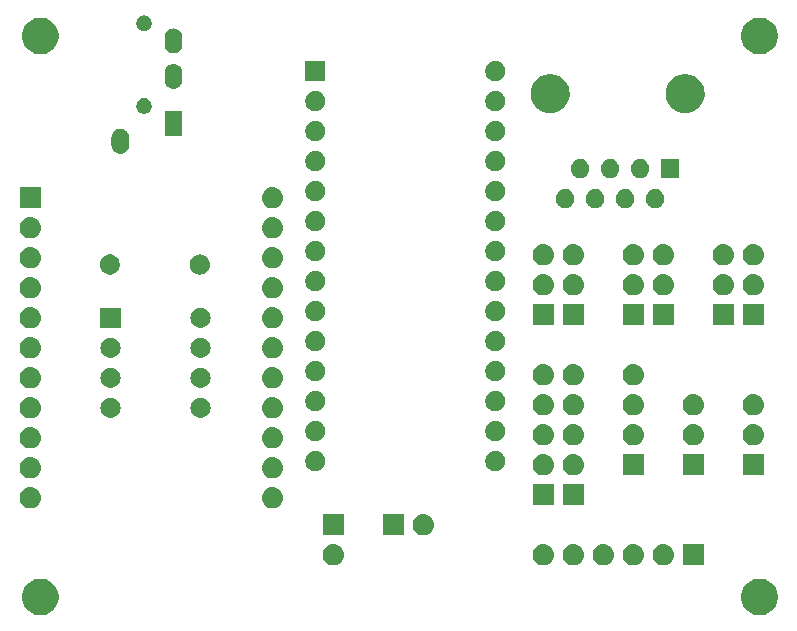
<source format=gbr>
G04 #@! TF.GenerationSoftware,KiCad,Pcbnew,(5.1.2)-2*
G04 #@! TF.CreationDate,2020-01-12T12:19:40-06:00*
G04 #@! TF.ProjectId,ControlBoardT4,436f6e74-726f-46c4-926f-61726454342e,rev?*
G04 #@! TF.SameCoordinates,Original*
G04 #@! TF.FileFunction,Soldermask,Bot*
G04 #@! TF.FilePolarity,Negative*
%FSLAX46Y46*%
G04 Gerber Fmt 4.6, Leading zero omitted, Abs format (unit mm)*
G04 Created by KiCad (PCBNEW (5.1.2)-2) date 2020-01-12 12:19:40*
%MOMM*%
%LPD*%
G04 APERTURE LIST*
%ADD10C,0.100000*%
G04 APERTURE END LIST*
D10*
G36*
X173226585Y-118642802D02*
G01*
X173376410Y-118672604D01*
X173658674Y-118789521D01*
X173912705Y-118959259D01*
X174128741Y-119175295D01*
X174298479Y-119429326D01*
X174415396Y-119711590D01*
X174475000Y-120011240D01*
X174475000Y-120316760D01*
X174415396Y-120616410D01*
X174298479Y-120898674D01*
X174128741Y-121152705D01*
X173912705Y-121368741D01*
X173658674Y-121538479D01*
X173376410Y-121655396D01*
X173226585Y-121685198D01*
X173076761Y-121715000D01*
X172771239Y-121715000D01*
X172621415Y-121685198D01*
X172471590Y-121655396D01*
X172189326Y-121538479D01*
X171935295Y-121368741D01*
X171719259Y-121152705D01*
X171549521Y-120898674D01*
X171432604Y-120616410D01*
X171373000Y-120316760D01*
X171373000Y-120011240D01*
X171432604Y-119711590D01*
X171549521Y-119429326D01*
X171719259Y-119175295D01*
X171935295Y-118959259D01*
X172189326Y-118789521D01*
X172471590Y-118672604D01*
X172621415Y-118642802D01*
X172771239Y-118613000D01*
X173076761Y-118613000D01*
X173226585Y-118642802D01*
X173226585Y-118642802D01*
G37*
G36*
X112336585Y-118642802D02*
G01*
X112486410Y-118672604D01*
X112768674Y-118789521D01*
X113022705Y-118959259D01*
X113238741Y-119175295D01*
X113408479Y-119429326D01*
X113525396Y-119711590D01*
X113585000Y-120011240D01*
X113585000Y-120316760D01*
X113525396Y-120616410D01*
X113408479Y-120898674D01*
X113238741Y-121152705D01*
X113022705Y-121368741D01*
X112768674Y-121538479D01*
X112486410Y-121655396D01*
X112336585Y-121685198D01*
X112186761Y-121715000D01*
X111881239Y-121715000D01*
X111731415Y-121685198D01*
X111581590Y-121655396D01*
X111299326Y-121538479D01*
X111045295Y-121368741D01*
X110829259Y-121152705D01*
X110659521Y-120898674D01*
X110542604Y-120616410D01*
X110483000Y-120316760D01*
X110483000Y-120011240D01*
X110542604Y-119711590D01*
X110659521Y-119429326D01*
X110829259Y-119175295D01*
X111045295Y-118959259D01*
X111299326Y-118789521D01*
X111581590Y-118672604D01*
X111731415Y-118642802D01*
X111881239Y-118613000D01*
X112186761Y-118613000D01*
X112336585Y-118642802D01*
X112336585Y-118642802D01*
G37*
G36*
X162352943Y-115691519D02*
G01*
X162419127Y-115698037D01*
X162588966Y-115749557D01*
X162745491Y-115833222D01*
X162781229Y-115862552D01*
X162882686Y-115945814D01*
X162965948Y-116047271D01*
X162995278Y-116083009D01*
X163078943Y-116239534D01*
X163130463Y-116409373D01*
X163147859Y-116586000D01*
X163130463Y-116762627D01*
X163078943Y-116932466D01*
X162995278Y-117088991D01*
X162965948Y-117124729D01*
X162882686Y-117226186D01*
X162781229Y-117309448D01*
X162745491Y-117338778D01*
X162588966Y-117422443D01*
X162419127Y-117473963D01*
X162352942Y-117480482D01*
X162286760Y-117487000D01*
X162198240Y-117487000D01*
X162132058Y-117480482D01*
X162065873Y-117473963D01*
X161896034Y-117422443D01*
X161739509Y-117338778D01*
X161703771Y-117309448D01*
X161602314Y-117226186D01*
X161519052Y-117124729D01*
X161489722Y-117088991D01*
X161406057Y-116932466D01*
X161354537Y-116762627D01*
X161337141Y-116586000D01*
X161354537Y-116409373D01*
X161406057Y-116239534D01*
X161489722Y-116083009D01*
X161519052Y-116047271D01*
X161602314Y-115945814D01*
X161703771Y-115862552D01*
X161739509Y-115833222D01*
X161896034Y-115749557D01*
X162065873Y-115698037D01*
X162132057Y-115691519D01*
X162198240Y-115685000D01*
X162286760Y-115685000D01*
X162352943Y-115691519D01*
X162352943Y-115691519D01*
G37*
G36*
X164892943Y-115691519D02*
G01*
X164959127Y-115698037D01*
X165128966Y-115749557D01*
X165285491Y-115833222D01*
X165321229Y-115862552D01*
X165422686Y-115945814D01*
X165505948Y-116047271D01*
X165535278Y-116083009D01*
X165618943Y-116239534D01*
X165670463Y-116409373D01*
X165687859Y-116586000D01*
X165670463Y-116762627D01*
X165618943Y-116932466D01*
X165535278Y-117088991D01*
X165505948Y-117124729D01*
X165422686Y-117226186D01*
X165321229Y-117309448D01*
X165285491Y-117338778D01*
X165128966Y-117422443D01*
X164959127Y-117473963D01*
X164892942Y-117480482D01*
X164826760Y-117487000D01*
X164738240Y-117487000D01*
X164672058Y-117480482D01*
X164605873Y-117473963D01*
X164436034Y-117422443D01*
X164279509Y-117338778D01*
X164243771Y-117309448D01*
X164142314Y-117226186D01*
X164059052Y-117124729D01*
X164029722Y-117088991D01*
X163946057Y-116932466D01*
X163894537Y-116762627D01*
X163877141Y-116586000D01*
X163894537Y-116409373D01*
X163946057Y-116239534D01*
X164029722Y-116083009D01*
X164059052Y-116047271D01*
X164142314Y-115945814D01*
X164243771Y-115862552D01*
X164279509Y-115833222D01*
X164436034Y-115749557D01*
X164605873Y-115698037D01*
X164672057Y-115691519D01*
X164738240Y-115685000D01*
X164826760Y-115685000D01*
X164892943Y-115691519D01*
X164892943Y-115691519D01*
G37*
G36*
X168223500Y-117487000D02*
G01*
X166421500Y-117487000D01*
X166421500Y-115685000D01*
X168223500Y-115685000D01*
X168223500Y-117487000D01*
X168223500Y-117487000D01*
G37*
G36*
X157272943Y-115691519D02*
G01*
X157339127Y-115698037D01*
X157508966Y-115749557D01*
X157665491Y-115833222D01*
X157701229Y-115862552D01*
X157802686Y-115945814D01*
X157885948Y-116047271D01*
X157915278Y-116083009D01*
X157998943Y-116239534D01*
X158050463Y-116409373D01*
X158067859Y-116586000D01*
X158050463Y-116762627D01*
X157998943Y-116932466D01*
X157915278Y-117088991D01*
X157885948Y-117124729D01*
X157802686Y-117226186D01*
X157701229Y-117309448D01*
X157665491Y-117338778D01*
X157508966Y-117422443D01*
X157339127Y-117473963D01*
X157272942Y-117480482D01*
X157206760Y-117487000D01*
X157118240Y-117487000D01*
X157052058Y-117480482D01*
X156985873Y-117473963D01*
X156816034Y-117422443D01*
X156659509Y-117338778D01*
X156623771Y-117309448D01*
X156522314Y-117226186D01*
X156439052Y-117124729D01*
X156409722Y-117088991D01*
X156326057Y-116932466D01*
X156274537Y-116762627D01*
X156257141Y-116586000D01*
X156274537Y-116409373D01*
X156326057Y-116239534D01*
X156409722Y-116083009D01*
X156439052Y-116047271D01*
X156522314Y-115945814D01*
X156623771Y-115862552D01*
X156659509Y-115833222D01*
X156816034Y-115749557D01*
X156985873Y-115698037D01*
X157052057Y-115691519D01*
X157118240Y-115685000D01*
X157206760Y-115685000D01*
X157272943Y-115691519D01*
X157272943Y-115691519D01*
G37*
G36*
X154732943Y-115691519D02*
G01*
X154799127Y-115698037D01*
X154968966Y-115749557D01*
X155125491Y-115833222D01*
X155161229Y-115862552D01*
X155262686Y-115945814D01*
X155345948Y-116047271D01*
X155375278Y-116083009D01*
X155458943Y-116239534D01*
X155510463Y-116409373D01*
X155527859Y-116586000D01*
X155510463Y-116762627D01*
X155458943Y-116932466D01*
X155375278Y-117088991D01*
X155345948Y-117124729D01*
X155262686Y-117226186D01*
X155161229Y-117309448D01*
X155125491Y-117338778D01*
X154968966Y-117422443D01*
X154799127Y-117473963D01*
X154732942Y-117480482D01*
X154666760Y-117487000D01*
X154578240Y-117487000D01*
X154512058Y-117480482D01*
X154445873Y-117473963D01*
X154276034Y-117422443D01*
X154119509Y-117338778D01*
X154083771Y-117309448D01*
X153982314Y-117226186D01*
X153899052Y-117124729D01*
X153869722Y-117088991D01*
X153786057Y-116932466D01*
X153734537Y-116762627D01*
X153717141Y-116586000D01*
X153734537Y-116409373D01*
X153786057Y-116239534D01*
X153869722Y-116083009D01*
X153899052Y-116047271D01*
X153982314Y-115945814D01*
X154083771Y-115862552D01*
X154119509Y-115833222D01*
X154276034Y-115749557D01*
X154445873Y-115698037D01*
X154512057Y-115691519D01*
X154578240Y-115685000D01*
X154666760Y-115685000D01*
X154732943Y-115691519D01*
X154732943Y-115691519D01*
G37*
G36*
X136952943Y-115691519D02*
G01*
X137019127Y-115698037D01*
X137188966Y-115749557D01*
X137345491Y-115833222D01*
X137381229Y-115862552D01*
X137482686Y-115945814D01*
X137565948Y-116047271D01*
X137595278Y-116083009D01*
X137678943Y-116239534D01*
X137730463Y-116409373D01*
X137747859Y-116586000D01*
X137730463Y-116762627D01*
X137678943Y-116932466D01*
X137595278Y-117088991D01*
X137565948Y-117124729D01*
X137482686Y-117226186D01*
X137381229Y-117309448D01*
X137345491Y-117338778D01*
X137188966Y-117422443D01*
X137019127Y-117473963D01*
X136952942Y-117480482D01*
X136886760Y-117487000D01*
X136798240Y-117487000D01*
X136732058Y-117480482D01*
X136665873Y-117473963D01*
X136496034Y-117422443D01*
X136339509Y-117338778D01*
X136303771Y-117309448D01*
X136202314Y-117226186D01*
X136119052Y-117124729D01*
X136089722Y-117088991D01*
X136006057Y-116932466D01*
X135954537Y-116762627D01*
X135937141Y-116586000D01*
X135954537Y-116409373D01*
X136006057Y-116239534D01*
X136089722Y-116083009D01*
X136119052Y-116047271D01*
X136202314Y-115945814D01*
X136303771Y-115862552D01*
X136339509Y-115833222D01*
X136496034Y-115749557D01*
X136665873Y-115698037D01*
X136732057Y-115691519D01*
X136798240Y-115685000D01*
X136886760Y-115685000D01*
X136952943Y-115691519D01*
X136952943Y-115691519D01*
G37*
G36*
X159812943Y-115691519D02*
G01*
X159879127Y-115698037D01*
X160048966Y-115749557D01*
X160205491Y-115833222D01*
X160241229Y-115862552D01*
X160342686Y-115945814D01*
X160425948Y-116047271D01*
X160455278Y-116083009D01*
X160538943Y-116239534D01*
X160590463Y-116409373D01*
X160607859Y-116586000D01*
X160590463Y-116762627D01*
X160538943Y-116932466D01*
X160455278Y-117088991D01*
X160425948Y-117124729D01*
X160342686Y-117226186D01*
X160241229Y-117309448D01*
X160205491Y-117338778D01*
X160048966Y-117422443D01*
X159879127Y-117473963D01*
X159812942Y-117480482D01*
X159746760Y-117487000D01*
X159658240Y-117487000D01*
X159592058Y-117480482D01*
X159525873Y-117473963D01*
X159356034Y-117422443D01*
X159199509Y-117338778D01*
X159163771Y-117309448D01*
X159062314Y-117226186D01*
X158979052Y-117124729D01*
X158949722Y-117088991D01*
X158866057Y-116932466D01*
X158814537Y-116762627D01*
X158797141Y-116586000D01*
X158814537Y-116409373D01*
X158866057Y-116239534D01*
X158949722Y-116083009D01*
X158979052Y-116047271D01*
X159062314Y-115945814D01*
X159163771Y-115862552D01*
X159199509Y-115833222D01*
X159356034Y-115749557D01*
X159525873Y-115698037D01*
X159592057Y-115691519D01*
X159658240Y-115685000D01*
X159746760Y-115685000D01*
X159812943Y-115691519D01*
X159812943Y-115691519D01*
G37*
G36*
X142823500Y-114947000D02*
G01*
X141021500Y-114947000D01*
X141021500Y-113145000D01*
X142823500Y-113145000D01*
X142823500Y-114947000D01*
X142823500Y-114947000D01*
G37*
G36*
X137743500Y-114947000D02*
G01*
X135941500Y-114947000D01*
X135941500Y-113145000D01*
X137743500Y-113145000D01*
X137743500Y-114947000D01*
X137743500Y-114947000D01*
G37*
G36*
X144572942Y-113151518D02*
G01*
X144639127Y-113158037D01*
X144808966Y-113209557D01*
X144965491Y-113293222D01*
X145001229Y-113322552D01*
X145102686Y-113405814D01*
X145185948Y-113507271D01*
X145215278Y-113543009D01*
X145298943Y-113699534D01*
X145350463Y-113869373D01*
X145367859Y-114046000D01*
X145350463Y-114222627D01*
X145298943Y-114392466D01*
X145215278Y-114548991D01*
X145185948Y-114584729D01*
X145102686Y-114686186D01*
X145001229Y-114769448D01*
X144965491Y-114798778D01*
X144808966Y-114882443D01*
X144639127Y-114933963D01*
X144572942Y-114940482D01*
X144506760Y-114947000D01*
X144418240Y-114947000D01*
X144352058Y-114940482D01*
X144285873Y-114933963D01*
X144116034Y-114882443D01*
X143959509Y-114798778D01*
X143923771Y-114769448D01*
X143822314Y-114686186D01*
X143739052Y-114584729D01*
X143709722Y-114548991D01*
X143626057Y-114392466D01*
X143574537Y-114222627D01*
X143557141Y-114046000D01*
X143574537Y-113869373D01*
X143626057Y-113699534D01*
X143709722Y-113543009D01*
X143739052Y-113507271D01*
X143822314Y-113405814D01*
X143923771Y-113322552D01*
X143959509Y-113293222D01*
X144116034Y-113209557D01*
X144285873Y-113158037D01*
X144352058Y-113151518D01*
X144418240Y-113145000D01*
X144506760Y-113145000D01*
X144572942Y-113151518D01*
X144572942Y-113151518D01*
G37*
G36*
X111298942Y-110865518D02*
G01*
X111365127Y-110872037D01*
X111534966Y-110923557D01*
X111691491Y-111007222D01*
X111727229Y-111036552D01*
X111828686Y-111119814D01*
X111911948Y-111221271D01*
X111941278Y-111257009D01*
X112024943Y-111413534D01*
X112076463Y-111583373D01*
X112093859Y-111760000D01*
X112076463Y-111936627D01*
X112024943Y-112106466D01*
X111941278Y-112262991D01*
X111911948Y-112298729D01*
X111828686Y-112400186D01*
X111727229Y-112483448D01*
X111691491Y-112512778D01*
X111534966Y-112596443D01*
X111365127Y-112647963D01*
X111298942Y-112654482D01*
X111232760Y-112661000D01*
X111144240Y-112661000D01*
X111078058Y-112654482D01*
X111011873Y-112647963D01*
X110842034Y-112596443D01*
X110685509Y-112512778D01*
X110649771Y-112483448D01*
X110548314Y-112400186D01*
X110465052Y-112298729D01*
X110435722Y-112262991D01*
X110352057Y-112106466D01*
X110300537Y-111936627D01*
X110283141Y-111760000D01*
X110300537Y-111583373D01*
X110352057Y-111413534D01*
X110435722Y-111257009D01*
X110465052Y-111221271D01*
X110548314Y-111119814D01*
X110649771Y-111036552D01*
X110685509Y-111007222D01*
X110842034Y-110923557D01*
X111011873Y-110872037D01*
X111078058Y-110865518D01*
X111144240Y-110859000D01*
X111232760Y-110859000D01*
X111298942Y-110865518D01*
X111298942Y-110865518D01*
G37*
G36*
X131798942Y-110865518D02*
G01*
X131865127Y-110872037D01*
X132034966Y-110923557D01*
X132191491Y-111007222D01*
X132227229Y-111036552D01*
X132328686Y-111119814D01*
X132411948Y-111221271D01*
X132441278Y-111257009D01*
X132524943Y-111413534D01*
X132576463Y-111583373D01*
X132593859Y-111760000D01*
X132576463Y-111936627D01*
X132524943Y-112106466D01*
X132441278Y-112262991D01*
X132411948Y-112298729D01*
X132328686Y-112400186D01*
X132227229Y-112483448D01*
X132191491Y-112512778D01*
X132034966Y-112596443D01*
X131865127Y-112647963D01*
X131798942Y-112654482D01*
X131732760Y-112661000D01*
X131644240Y-112661000D01*
X131578058Y-112654482D01*
X131511873Y-112647963D01*
X131342034Y-112596443D01*
X131185509Y-112512778D01*
X131149771Y-112483448D01*
X131048314Y-112400186D01*
X130965052Y-112298729D01*
X130935722Y-112262991D01*
X130852057Y-112106466D01*
X130800537Y-111936627D01*
X130783141Y-111760000D01*
X130800537Y-111583373D01*
X130852057Y-111413534D01*
X130935722Y-111257009D01*
X130965052Y-111221271D01*
X131048314Y-111119814D01*
X131149771Y-111036552D01*
X131185509Y-111007222D01*
X131342034Y-110923557D01*
X131511873Y-110872037D01*
X131578058Y-110865518D01*
X131644240Y-110859000D01*
X131732760Y-110859000D01*
X131798942Y-110865518D01*
X131798942Y-110865518D01*
G37*
G36*
X155523500Y-112407000D02*
G01*
X153721500Y-112407000D01*
X153721500Y-110605000D01*
X155523500Y-110605000D01*
X155523500Y-112407000D01*
X155523500Y-112407000D01*
G37*
G36*
X158063500Y-112407000D02*
G01*
X156261500Y-112407000D01*
X156261500Y-110605000D01*
X158063500Y-110605000D01*
X158063500Y-112407000D01*
X158063500Y-112407000D01*
G37*
G36*
X131798943Y-108325519D02*
G01*
X131865127Y-108332037D01*
X132034966Y-108383557D01*
X132034968Y-108383558D01*
X132066237Y-108400272D01*
X132191491Y-108467222D01*
X132227229Y-108496552D01*
X132328686Y-108579814D01*
X132411948Y-108681271D01*
X132441278Y-108717009D01*
X132524943Y-108873534D01*
X132576463Y-109043373D01*
X132593859Y-109220000D01*
X132576463Y-109396627D01*
X132524943Y-109566466D01*
X132441278Y-109722991D01*
X132411948Y-109758729D01*
X132328686Y-109860186D01*
X132227229Y-109943448D01*
X132191491Y-109972778D01*
X132034966Y-110056443D01*
X131865127Y-110107963D01*
X131798943Y-110114481D01*
X131732760Y-110121000D01*
X131644240Y-110121000D01*
X131578057Y-110114481D01*
X131511873Y-110107963D01*
X131342034Y-110056443D01*
X131185509Y-109972778D01*
X131149771Y-109943448D01*
X131048314Y-109860186D01*
X130965052Y-109758729D01*
X130935722Y-109722991D01*
X130852057Y-109566466D01*
X130800537Y-109396627D01*
X130783141Y-109220000D01*
X130800537Y-109043373D01*
X130852057Y-108873534D01*
X130935722Y-108717009D01*
X130965052Y-108681271D01*
X131048314Y-108579814D01*
X131149771Y-108496552D01*
X131185509Y-108467222D01*
X131310763Y-108400272D01*
X131342032Y-108383558D01*
X131342034Y-108383557D01*
X131511873Y-108332037D01*
X131578057Y-108325519D01*
X131644240Y-108319000D01*
X131732760Y-108319000D01*
X131798943Y-108325519D01*
X131798943Y-108325519D01*
G37*
G36*
X111298943Y-108325519D02*
G01*
X111365127Y-108332037D01*
X111534966Y-108383557D01*
X111534968Y-108383558D01*
X111566237Y-108400272D01*
X111691491Y-108467222D01*
X111727229Y-108496552D01*
X111828686Y-108579814D01*
X111911948Y-108681271D01*
X111941278Y-108717009D01*
X112024943Y-108873534D01*
X112076463Y-109043373D01*
X112093859Y-109220000D01*
X112076463Y-109396627D01*
X112024943Y-109566466D01*
X111941278Y-109722991D01*
X111911948Y-109758729D01*
X111828686Y-109860186D01*
X111727229Y-109943448D01*
X111691491Y-109972778D01*
X111534966Y-110056443D01*
X111365127Y-110107963D01*
X111298943Y-110114481D01*
X111232760Y-110121000D01*
X111144240Y-110121000D01*
X111078057Y-110114481D01*
X111011873Y-110107963D01*
X110842034Y-110056443D01*
X110685509Y-109972778D01*
X110649771Y-109943448D01*
X110548314Y-109860186D01*
X110465052Y-109758729D01*
X110435722Y-109722991D01*
X110352057Y-109566466D01*
X110300537Y-109396627D01*
X110283141Y-109220000D01*
X110300537Y-109043373D01*
X110352057Y-108873534D01*
X110435722Y-108717009D01*
X110465052Y-108681271D01*
X110548314Y-108579814D01*
X110649771Y-108496552D01*
X110685509Y-108467222D01*
X110810763Y-108400272D01*
X110842032Y-108383558D01*
X110842034Y-108383557D01*
X111011873Y-108332037D01*
X111078057Y-108325519D01*
X111144240Y-108319000D01*
X111232760Y-108319000D01*
X111298943Y-108325519D01*
X111298943Y-108325519D01*
G37*
G36*
X173303500Y-109867000D02*
G01*
X171501500Y-109867000D01*
X171501500Y-108065000D01*
X173303500Y-108065000D01*
X173303500Y-109867000D01*
X173303500Y-109867000D01*
G37*
G36*
X157272943Y-108071519D02*
G01*
X157339127Y-108078037D01*
X157508966Y-108129557D01*
X157665491Y-108213222D01*
X157701229Y-108242552D01*
X157802686Y-108325814D01*
X157863790Y-108400271D01*
X157915278Y-108463009D01*
X157998943Y-108619534D01*
X158050463Y-108789373D01*
X158067859Y-108966000D01*
X158050463Y-109142627D01*
X157998943Y-109312466D01*
X157915278Y-109468991D01*
X157890240Y-109499500D01*
X157802686Y-109606186D01*
X157701229Y-109689448D01*
X157665491Y-109718778D01*
X157508966Y-109802443D01*
X157339127Y-109853963D01*
X157275953Y-109860185D01*
X157206760Y-109867000D01*
X157118240Y-109867000D01*
X157049047Y-109860185D01*
X156985873Y-109853963D01*
X156816034Y-109802443D01*
X156659509Y-109718778D01*
X156623771Y-109689448D01*
X156522314Y-109606186D01*
X156434760Y-109499500D01*
X156409722Y-109468991D01*
X156326057Y-109312466D01*
X156274537Y-109142627D01*
X156257141Y-108966000D01*
X156274537Y-108789373D01*
X156326057Y-108619534D01*
X156409722Y-108463009D01*
X156461210Y-108400271D01*
X156522314Y-108325814D01*
X156623771Y-108242552D01*
X156659509Y-108213222D01*
X156816034Y-108129557D01*
X156985873Y-108078037D01*
X157052057Y-108071519D01*
X157118240Y-108065000D01*
X157206760Y-108065000D01*
X157272943Y-108071519D01*
X157272943Y-108071519D01*
G37*
G36*
X154732943Y-108071519D02*
G01*
X154799127Y-108078037D01*
X154968966Y-108129557D01*
X155125491Y-108213222D01*
X155161229Y-108242552D01*
X155262686Y-108325814D01*
X155323790Y-108400271D01*
X155375278Y-108463009D01*
X155458943Y-108619534D01*
X155510463Y-108789373D01*
X155527859Y-108966000D01*
X155510463Y-109142627D01*
X155458943Y-109312466D01*
X155375278Y-109468991D01*
X155350240Y-109499500D01*
X155262686Y-109606186D01*
X155161229Y-109689448D01*
X155125491Y-109718778D01*
X154968966Y-109802443D01*
X154799127Y-109853963D01*
X154735953Y-109860185D01*
X154666760Y-109867000D01*
X154578240Y-109867000D01*
X154509047Y-109860185D01*
X154445873Y-109853963D01*
X154276034Y-109802443D01*
X154119509Y-109718778D01*
X154083771Y-109689448D01*
X153982314Y-109606186D01*
X153894760Y-109499500D01*
X153869722Y-109468991D01*
X153786057Y-109312466D01*
X153734537Y-109142627D01*
X153717141Y-108966000D01*
X153734537Y-108789373D01*
X153786057Y-108619534D01*
X153869722Y-108463009D01*
X153921210Y-108400271D01*
X153982314Y-108325814D01*
X154083771Y-108242552D01*
X154119509Y-108213222D01*
X154276034Y-108129557D01*
X154445873Y-108078037D01*
X154512057Y-108071519D01*
X154578240Y-108065000D01*
X154666760Y-108065000D01*
X154732943Y-108071519D01*
X154732943Y-108071519D01*
G37*
G36*
X163143500Y-109867000D02*
G01*
X161341500Y-109867000D01*
X161341500Y-108065000D01*
X163143500Y-108065000D01*
X163143500Y-109867000D01*
X163143500Y-109867000D01*
G37*
G36*
X168223500Y-109867000D02*
G01*
X166421500Y-109867000D01*
X166421500Y-108065000D01*
X168223500Y-108065000D01*
X168223500Y-109867000D01*
X168223500Y-109867000D01*
G37*
G36*
X150806728Y-107830203D02*
G01*
X150961600Y-107894353D01*
X151100981Y-107987485D01*
X151219515Y-108106019D01*
X151312647Y-108245400D01*
X151376797Y-108400272D01*
X151409500Y-108564684D01*
X151409500Y-108732316D01*
X151376797Y-108896728D01*
X151312647Y-109051600D01*
X151219515Y-109190981D01*
X151100981Y-109309515D01*
X150961600Y-109402647D01*
X150806728Y-109466797D01*
X150642316Y-109499500D01*
X150474684Y-109499500D01*
X150310272Y-109466797D01*
X150155400Y-109402647D01*
X150016019Y-109309515D01*
X149897485Y-109190981D01*
X149804353Y-109051600D01*
X149740203Y-108896728D01*
X149707500Y-108732316D01*
X149707500Y-108564684D01*
X149740203Y-108400272D01*
X149804353Y-108245400D01*
X149897485Y-108106019D01*
X150016019Y-107987485D01*
X150155400Y-107894353D01*
X150310272Y-107830203D01*
X150474684Y-107797500D01*
X150642316Y-107797500D01*
X150806728Y-107830203D01*
X150806728Y-107830203D01*
G37*
G36*
X135566728Y-107830203D02*
G01*
X135721600Y-107894353D01*
X135860981Y-107987485D01*
X135979515Y-108106019D01*
X136072647Y-108245400D01*
X136136797Y-108400272D01*
X136169500Y-108564684D01*
X136169500Y-108732316D01*
X136136797Y-108896728D01*
X136072647Y-109051600D01*
X135979515Y-109190981D01*
X135860981Y-109309515D01*
X135721600Y-109402647D01*
X135566728Y-109466797D01*
X135402316Y-109499500D01*
X135234684Y-109499500D01*
X135070272Y-109466797D01*
X134915400Y-109402647D01*
X134776019Y-109309515D01*
X134657485Y-109190981D01*
X134564353Y-109051600D01*
X134500203Y-108896728D01*
X134467500Y-108732316D01*
X134467500Y-108564684D01*
X134500203Y-108400272D01*
X134564353Y-108245400D01*
X134657485Y-108106019D01*
X134776019Y-107987485D01*
X134915400Y-107894353D01*
X135070272Y-107830203D01*
X135234684Y-107797500D01*
X135402316Y-107797500D01*
X135566728Y-107830203D01*
X135566728Y-107830203D01*
G37*
G36*
X111298943Y-105785519D02*
G01*
X111365127Y-105792037D01*
X111534966Y-105843557D01*
X111534968Y-105843558D01*
X111566237Y-105860272D01*
X111691491Y-105927222D01*
X111727229Y-105956552D01*
X111828686Y-106039814D01*
X111911948Y-106141271D01*
X111941278Y-106177009D01*
X112024943Y-106333534D01*
X112076463Y-106503373D01*
X112093859Y-106680000D01*
X112076463Y-106856627D01*
X112024943Y-107026466D01*
X111941278Y-107182991D01*
X111911948Y-107218729D01*
X111828686Y-107320186D01*
X111727229Y-107403448D01*
X111691491Y-107432778D01*
X111534966Y-107516443D01*
X111365127Y-107567963D01*
X111298943Y-107574481D01*
X111232760Y-107581000D01*
X111144240Y-107581000D01*
X111078057Y-107574481D01*
X111011873Y-107567963D01*
X110842034Y-107516443D01*
X110685509Y-107432778D01*
X110649771Y-107403448D01*
X110548314Y-107320186D01*
X110465052Y-107218729D01*
X110435722Y-107182991D01*
X110352057Y-107026466D01*
X110300537Y-106856627D01*
X110283141Y-106680000D01*
X110300537Y-106503373D01*
X110352057Y-106333534D01*
X110435722Y-106177009D01*
X110465052Y-106141271D01*
X110548314Y-106039814D01*
X110649771Y-105956552D01*
X110685509Y-105927222D01*
X110810763Y-105860272D01*
X110842032Y-105843558D01*
X110842034Y-105843557D01*
X111011873Y-105792037D01*
X111078057Y-105785519D01*
X111144240Y-105779000D01*
X111232760Y-105779000D01*
X111298943Y-105785519D01*
X111298943Y-105785519D01*
G37*
G36*
X131798943Y-105785519D02*
G01*
X131865127Y-105792037D01*
X132034966Y-105843557D01*
X132034968Y-105843558D01*
X132066237Y-105860272D01*
X132191491Y-105927222D01*
X132227229Y-105956552D01*
X132328686Y-106039814D01*
X132411948Y-106141271D01*
X132441278Y-106177009D01*
X132524943Y-106333534D01*
X132576463Y-106503373D01*
X132593859Y-106680000D01*
X132576463Y-106856627D01*
X132524943Y-107026466D01*
X132441278Y-107182991D01*
X132411948Y-107218729D01*
X132328686Y-107320186D01*
X132227229Y-107403448D01*
X132191491Y-107432778D01*
X132034966Y-107516443D01*
X131865127Y-107567963D01*
X131798943Y-107574481D01*
X131732760Y-107581000D01*
X131644240Y-107581000D01*
X131578057Y-107574481D01*
X131511873Y-107567963D01*
X131342034Y-107516443D01*
X131185509Y-107432778D01*
X131149771Y-107403448D01*
X131048314Y-107320186D01*
X130965052Y-107218729D01*
X130935722Y-107182991D01*
X130852057Y-107026466D01*
X130800537Y-106856627D01*
X130783141Y-106680000D01*
X130800537Y-106503373D01*
X130852057Y-106333534D01*
X130935722Y-106177009D01*
X130965052Y-106141271D01*
X131048314Y-106039814D01*
X131149771Y-105956552D01*
X131185509Y-105927222D01*
X131310763Y-105860272D01*
X131342032Y-105843558D01*
X131342034Y-105843557D01*
X131511873Y-105792037D01*
X131578057Y-105785519D01*
X131644240Y-105779000D01*
X131732760Y-105779000D01*
X131798943Y-105785519D01*
X131798943Y-105785519D01*
G37*
G36*
X157272943Y-105531519D02*
G01*
X157339127Y-105538037D01*
X157508966Y-105589557D01*
X157665491Y-105673222D01*
X157701229Y-105702552D01*
X157802686Y-105785814D01*
X157863790Y-105860271D01*
X157915278Y-105923009D01*
X157998943Y-106079534D01*
X158050463Y-106249373D01*
X158067859Y-106426000D01*
X158050463Y-106602627D01*
X157998943Y-106772466D01*
X157915278Y-106928991D01*
X157890240Y-106959500D01*
X157802686Y-107066186D01*
X157701229Y-107149448D01*
X157665491Y-107178778D01*
X157508966Y-107262443D01*
X157339127Y-107313963D01*
X157275953Y-107320185D01*
X157206760Y-107327000D01*
X157118240Y-107327000D01*
X157049047Y-107320185D01*
X156985873Y-107313963D01*
X156816034Y-107262443D01*
X156659509Y-107178778D01*
X156623771Y-107149448D01*
X156522314Y-107066186D01*
X156434760Y-106959500D01*
X156409722Y-106928991D01*
X156326057Y-106772466D01*
X156274537Y-106602627D01*
X156257141Y-106426000D01*
X156274537Y-106249373D01*
X156326057Y-106079534D01*
X156409722Y-105923009D01*
X156461210Y-105860271D01*
X156522314Y-105785814D01*
X156623771Y-105702552D01*
X156659509Y-105673222D01*
X156816034Y-105589557D01*
X156985873Y-105538037D01*
X157052058Y-105531518D01*
X157118240Y-105525000D01*
X157206760Y-105525000D01*
X157272943Y-105531519D01*
X157272943Y-105531519D01*
G37*
G36*
X167432943Y-105531519D02*
G01*
X167499127Y-105538037D01*
X167668966Y-105589557D01*
X167825491Y-105673222D01*
X167861229Y-105702552D01*
X167962686Y-105785814D01*
X168023790Y-105860271D01*
X168075278Y-105923009D01*
X168158943Y-106079534D01*
X168210463Y-106249373D01*
X168227859Y-106426000D01*
X168210463Y-106602627D01*
X168158943Y-106772466D01*
X168075278Y-106928991D01*
X168050240Y-106959500D01*
X167962686Y-107066186D01*
X167861229Y-107149448D01*
X167825491Y-107178778D01*
X167668966Y-107262443D01*
X167499127Y-107313963D01*
X167435953Y-107320185D01*
X167366760Y-107327000D01*
X167278240Y-107327000D01*
X167209047Y-107320185D01*
X167145873Y-107313963D01*
X166976034Y-107262443D01*
X166819509Y-107178778D01*
X166783771Y-107149448D01*
X166682314Y-107066186D01*
X166594760Y-106959500D01*
X166569722Y-106928991D01*
X166486057Y-106772466D01*
X166434537Y-106602627D01*
X166417141Y-106426000D01*
X166434537Y-106249373D01*
X166486057Y-106079534D01*
X166569722Y-105923009D01*
X166621210Y-105860271D01*
X166682314Y-105785814D01*
X166783771Y-105702552D01*
X166819509Y-105673222D01*
X166976034Y-105589557D01*
X167145873Y-105538037D01*
X167212058Y-105531518D01*
X167278240Y-105525000D01*
X167366760Y-105525000D01*
X167432943Y-105531519D01*
X167432943Y-105531519D01*
G37*
G36*
X162352943Y-105531519D02*
G01*
X162419127Y-105538037D01*
X162588966Y-105589557D01*
X162745491Y-105673222D01*
X162781229Y-105702552D01*
X162882686Y-105785814D01*
X162943790Y-105860271D01*
X162995278Y-105923009D01*
X163078943Y-106079534D01*
X163130463Y-106249373D01*
X163147859Y-106426000D01*
X163130463Y-106602627D01*
X163078943Y-106772466D01*
X162995278Y-106928991D01*
X162970240Y-106959500D01*
X162882686Y-107066186D01*
X162781229Y-107149448D01*
X162745491Y-107178778D01*
X162588966Y-107262443D01*
X162419127Y-107313963D01*
X162355953Y-107320185D01*
X162286760Y-107327000D01*
X162198240Y-107327000D01*
X162129047Y-107320185D01*
X162065873Y-107313963D01*
X161896034Y-107262443D01*
X161739509Y-107178778D01*
X161703771Y-107149448D01*
X161602314Y-107066186D01*
X161514760Y-106959500D01*
X161489722Y-106928991D01*
X161406057Y-106772466D01*
X161354537Y-106602627D01*
X161337141Y-106426000D01*
X161354537Y-106249373D01*
X161406057Y-106079534D01*
X161489722Y-105923009D01*
X161541210Y-105860271D01*
X161602314Y-105785814D01*
X161703771Y-105702552D01*
X161739509Y-105673222D01*
X161896034Y-105589557D01*
X162065873Y-105538037D01*
X162132058Y-105531518D01*
X162198240Y-105525000D01*
X162286760Y-105525000D01*
X162352943Y-105531519D01*
X162352943Y-105531519D01*
G37*
G36*
X172512943Y-105531519D02*
G01*
X172579127Y-105538037D01*
X172748966Y-105589557D01*
X172905491Y-105673222D01*
X172941229Y-105702552D01*
X173042686Y-105785814D01*
X173103790Y-105860271D01*
X173155278Y-105923009D01*
X173238943Y-106079534D01*
X173290463Y-106249373D01*
X173307859Y-106426000D01*
X173290463Y-106602627D01*
X173238943Y-106772466D01*
X173155278Y-106928991D01*
X173130240Y-106959500D01*
X173042686Y-107066186D01*
X172941229Y-107149448D01*
X172905491Y-107178778D01*
X172748966Y-107262443D01*
X172579127Y-107313963D01*
X172515953Y-107320185D01*
X172446760Y-107327000D01*
X172358240Y-107327000D01*
X172289047Y-107320185D01*
X172225873Y-107313963D01*
X172056034Y-107262443D01*
X171899509Y-107178778D01*
X171863771Y-107149448D01*
X171762314Y-107066186D01*
X171674760Y-106959500D01*
X171649722Y-106928991D01*
X171566057Y-106772466D01*
X171514537Y-106602627D01*
X171497141Y-106426000D01*
X171514537Y-106249373D01*
X171566057Y-106079534D01*
X171649722Y-105923009D01*
X171701210Y-105860271D01*
X171762314Y-105785814D01*
X171863771Y-105702552D01*
X171899509Y-105673222D01*
X172056034Y-105589557D01*
X172225873Y-105538037D01*
X172292058Y-105531518D01*
X172358240Y-105525000D01*
X172446760Y-105525000D01*
X172512943Y-105531519D01*
X172512943Y-105531519D01*
G37*
G36*
X154732943Y-105531519D02*
G01*
X154799127Y-105538037D01*
X154968966Y-105589557D01*
X155125491Y-105673222D01*
X155161229Y-105702552D01*
X155262686Y-105785814D01*
X155323790Y-105860271D01*
X155375278Y-105923009D01*
X155458943Y-106079534D01*
X155510463Y-106249373D01*
X155527859Y-106426000D01*
X155510463Y-106602627D01*
X155458943Y-106772466D01*
X155375278Y-106928991D01*
X155350240Y-106959500D01*
X155262686Y-107066186D01*
X155161229Y-107149448D01*
X155125491Y-107178778D01*
X154968966Y-107262443D01*
X154799127Y-107313963D01*
X154735953Y-107320185D01*
X154666760Y-107327000D01*
X154578240Y-107327000D01*
X154509047Y-107320185D01*
X154445873Y-107313963D01*
X154276034Y-107262443D01*
X154119509Y-107178778D01*
X154083771Y-107149448D01*
X153982314Y-107066186D01*
X153894760Y-106959500D01*
X153869722Y-106928991D01*
X153786057Y-106772466D01*
X153734537Y-106602627D01*
X153717141Y-106426000D01*
X153734537Y-106249373D01*
X153786057Y-106079534D01*
X153869722Y-105923009D01*
X153921210Y-105860271D01*
X153982314Y-105785814D01*
X154083771Y-105702552D01*
X154119509Y-105673222D01*
X154276034Y-105589557D01*
X154445873Y-105538037D01*
X154512058Y-105531518D01*
X154578240Y-105525000D01*
X154666760Y-105525000D01*
X154732943Y-105531519D01*
X154732943Y-105531519D01*
G37*
G36*
X135566728Y-105290203D02*
G01*
X135721600Y-105354353D01*
X135860981Y-105447485D01*
X135979515Y-105566019D01*
X136072647Y-105705400D01*
X136136797Y-105860272D01*
X136169500Y-106024684D01*
X136169500Y-106192316D01*
X136136797Y-106356728D01*
X136072647Y-106511600D01*
X135979515Y-106650981D01*
X135860981Y-106769515D01*
X135721600Y-106862647D01*
X135566728Y-106926797D01*
X135402316Y-106959500D01*
X135234684Y-106959500D01*
X135070272Y-106926797D01*
X134915400Y-106862647D01*
X134776019Y-106769515D01*
X134657485Y-106650981D01*
X134564353Y-106511600D01*
X134500203Y-106356728D01*
X134467500Y-106192316D01*
X134467500Y-106024684D01*
X134500203Y-105860272D01*
X134564353Y-105705400D01*
X134657485Y-105566019D01*
X134776019Y-105447485D01*
X134915400Y-105354353D01*
X135070272Y-105290203D01*
X135234684Y-105257500D01*
X135402316Y-105257500D01*
X135566728Y-105290203D01*
X135566728Y-105290203D01*
G37*
G36*
X150806728Y-105290203D02*
G01*
X150961600Y-105354353D01*
X151100981Y-105447485D01*
X151219515Y-105566019D01*
X151312647Y-105705400D01*
X151376797Y-105860272D01*
X151409500Y-106024684D01*
X151409500Y-106192316D01*
X151376797Y-106356728D01*
X151312647Y-106511600D01*
X151219515Y-106650981D01*
X151100981Y-106769515D01*
X150961600Y-106862647D01*
X150806728Y-106926797D01*
X150642316Y-106959500D01*
X150474684Y-106959500D01*
X150310272Y-106926797D01*
X150155400Y-106862647D01*
X150016019Y-106769515D01*
X149897485Y-106650981D01*
X149804353Y-106511600D01*
X149740203Y-106356728D01*
X149707500Y-106192316D01*
X149707500Y-106024684D01*
X149740203Y-105860272D01*
X149804353Y-105705400D01*
X149897485Y-105566019D01*
X150016019Y-105447485D01*
X150155400Y-105354353D01*
X150310272Y-105290203D01*
X150474684Y-105257500D01*
X150642316Y-105257500D01*
X150806728Y-105290203D01*
X150806728Y-105290203D01*
G37*
G36*
X111298943Y-103245519D02*
G01*
X111365127Y-103252037D01*
X111534966Y-103303557D01*
X111534968Y-103303558D01*
X111566237Y-103320272D01*
X111691491Y-103387222D01*
X111727229Y-103416552D01*
X111828686Y-103499814D01*
X111911948Y-103601271D01*
X111941278Y-103637009D01*
X112024943Y-103793534D01*
X112076463Y-103963373D01*
X112093859Y-104140000D01*
X112076463Y-104316627D01*
X112024943Y-104486466D01*
X111941278Y-104642991D01*
X111911948Y-104678729D01*
X111828686Y-104780186D01*
X111727229Y-104863448D01*
X111691491Y-104892778D01*
X111534966Y-104976443D01*
X111365127Y-105027963D01*
X111298942Y-105034482D01*
X111232760Y-105041000D01*
X111144240Y-105041000D01*
X111078057Y-105034481D01*
X111011873Y-105027963D01*
X110842034Y-104976443D01*
X110685509Y-104892778D01*
X110649771Y-104863448D01*
X110548314Y-104780186D01*
X110465052Y-104678729D01*
X110435722Y-104642991D01*
X110352057Y-104486466D01*
X110300537Y-104316627D01*
X110283141Y-104140000D01*
X110300537Y-103963373D01*
X110352057Y-103793534D01*
X110435722Y-103637009D01*
X110465052Y-103601271D01*
X110548314Y-103499814D01*
X110649771Y-103416552D01*
X110685509Y-103387222D01*
X110810763Y-103320272D01*
X110842032Y-103303558D01*
X110842034Y-103303557D01*
X111011873Y-103252037D01*
X111078058Y-103245518D01*
X111144240Y-103239000D01*
X111232760Y-103239000D01*
X111298943Y-103245519D01*
X111298943Y-103245519D01*
G37*
G36*
X131798943Y-103245519D02*
G01*
X131865127Y-103252037D01*
X132034966Y-103303557D01*
X132034968Y-103303558D01*
X132066237Y-103320272D01*
X132191491Y-103387222D01*
X132227229Y-103416552D01*
X132328686Y-103499814D01*
X132411948Y-103601271D01*
X132441278Y-103637009D01*
X132524943Y-103793534D01*
X132576463Y-103963373D01*
X132593859Y-104140000D01*
X132576463Y-104316627D01*
X132524943Y-104486466D01*
X132441278Y-104642991D01*
X132411948Y-104678729D01*
X132328686Y-104780186D01*
X132227229Y-104863448D01*
X132191491Y-104892778D01*
X132034966Y-104976443D01*
X131865127Y-105027963D01*
X131798942Y-105034482D01*
X131732760Y-105041000D01*
X131644240Y-105041000D01*
X131578057Y-105034481D01*
X131511873Y-105027963D01*
X131342034Y-104976443D01*
X131185509Y-104892778D01*
X131149771Y-104863448D01*
X131048314Y-104780186D01*
X130965052Y-104678729D01*
X130935722Y-104642991D01*
X130852057Y-104486466D01*
X130800537Y-104316627D01*
X130783141Y-104140000D01*
X130800537Y-103963373D01*
X130852057Y-103793534D01*
X130935722Y-103637009D01*
X130965052Y-103601271D01*
X131048314Y-103499814D01*
X131149771Y-103416552D01*
X131185509Y-103387222D01*
X131310763Y-103320272D01*
X131342032Y-103303558D01*
X131342034Y-103303557D01*
X131511873Y-103252037D01*
X131578058Y-103245518D01*
X131644240Y-103239000D01*
X131732760Y-103239000D01*
X131798943Y-103245519D01*
X131798943Y-103245519D01*
G37*
G36*
X125769823Y-103301313D02*
G01*
X125930242Y-103349976D01*
X125999922Y-103387221D01*
X126078078Y-103428996D01*
X126207659Y-103535341D01*
X126314004Y-103664922D01*
X126314005Y-103664924D01*
X126393024Y-103812758D01*
X126441687Y-103973177D01*
X126458117Y-104140000D01*
X126441687Y-104306823D01*
X126393024Y-104467242D01*
X126322114Y-104599906D01*
X126314004Y-104615078D01*
X126207659Y-104744659D01*
X126078078Y-104851004D01*
X126078076Y-104851005D01*
X125930242Y-104930024D01*
X125769823Y-104978687D01*
X125644804Y-104991000D01*
X125561196Y-104991000D01*
X125436177Y-104978687D01*
X125275758Y-104930024D01*
X125127924Y-104851005D01*
X125127922Y-104851004D01*
X124998341Y-104744659D01*
X124891996Y-104615078D01*
X124883886Y-104599906D01*
X124812976Y-104467242D01*
X124764313Y-104306823D01*
X124747883Y-104140000D01*
X124764313Y-103973177D01*
X124812976Y-103812758D01*
X124891995Y-103664924D01*
X124891996Y-103664922D01*
X124998341Y-103535341D01*
X125127922Y-103428996D01*
X125206078Y-103387221D01*
X125275758Y-103349976D01*
X125436177Y-103301313D01*
X125561196Y-103289000D01*
X125644804Y-103289000D01*
X125769823Y-103301313D01*
X125769823Y-103301313D01*
G37*
G36*
X118149823Y-103301313D02*
G01*
X118310242Y-103349976D01*
X118379922Y-103387221D01*
X118458078Y-103428996D01*
X118587659Y-103535341D01*
X118694004Y-103664922D01*
X118694005Y-103664924D01*
X118773024Y-103812758D01*
X118821687Y-103973177D01*
X118838117Y-104140000D01*
X118821687Y-104306823D01*
X118773024Y-104467242D01*
X118702114Y-104599906D01*
X118694004Y-104615078D01*
X118587659Y-104744659D01*
X118458078Y-104851004D01*
X118458076Y-104851005D01*
X118310242Y-104930024D01*
X118149823Y-104978687D01*
X118024804Y-104991000D01*
X117941196Y-104991000D01*
X117816177Y-104978687D01*
X117655758Y-104930024D01*
X117507924Y-104851005D01*
X117507922Y-104851004D01*
X117378341Y-104744659D01*
X117271996Y-104615078D01*
X117263886Y-104599906D01*
X117192976Y-104467242D01*
X117144313Y-104306823D01*
X117127883Y-104140000D01*
X117144313Y-103973177D01*
X117192976Y-103812758D01*
X117271995Y-103664924D01*
X117271996Y-103664922D01*
X117378341Y-103535341D01*
X117507922Y-103428996D01*
X117586078Y-103387221D01*
X117655758Y-103349976D01*
X117816177Y-103301313D01*
X117941196Y-103289000D01*
X118024804Y-103289000D01*
X118149823Y-103301313D01*
X118149823Y-103301313D01*
G37*
G36*
X157272943Y-102991519D02*
G01*
X157339127Y-102998037D01*
X157508966Y-103049557D01*
X157665491Y-103133222D01*
X157701229Y-103162552D01*
X157802686Y-103245814D01*
X157863790Y-103320271D01*
X157915278Y-103383009D01*
X157998943Y-103539534D01*
X158050463Y-103709373D01*
X158067859Y-103886000D01*
X158050463Y-104062627D01*
X157998943Y-104232466D01*
X157915278Y-104388991D01*
X157890240Y-104419500D01*
X157802686Y-104526186D01*
X157701229Y-104609448D01*
X157665491Y-104638778D01*
X157508966Y-104722443D01*
X157339127Y-104773963D01*
X157275953Y-104780185D01*
X157206760Y-104787000D01*
X157118240Y-104787000D01*
X157049047Y-104780185D01*
X156985873Y-104773963D01*
X156816034Y-104722443D01*
X156659509Y-104638778D01*
X156623771Y-104609448D01*
X156522314Y-104526186D01*
X156434760Y-104419500D01*
X156409722Y-104388991D01*
X156326057Y-104232466D01*
X156274537Y-104062627D01*
X156257141Y-103886000D01*
X156274537Y-103709373D01*
X156326057Y-103539534D01*
X156409722Y-103383009D01*
X156461210Y-103320271D01*
X156522314Y-103245814D01*
X156623771Y-103162552D01*
X156659509Y-103133222D01*
X156816034Y-103049557D01*
X156985873Y-102998037D01*
X157052057Y-102991519D01*
X157118240Y-102985000D01*
X157206760Y-102985000D01*
X157272943Y-102991519D01*
X157272943Y-102991519D01*
G37*
G36*
X154732943Y-102991519D02*
G01*
X154799127Y-102998037D01*
X154968966Y-103049557D01*
X155125491Y-103133222D01*
X155161229Y-103162552D01*
X155262686Y-103245814D01*
X155323790Y-103320271D01*
X155375278Y-103383009D01*
X155458943Y-103539534D01*
X155510463Y-103709373D01*
X155527859Y-103886000D01*
X155510463Y-104062627D01*
X155458943Y-104232466D01*
X155375278Y-104388991D01*
X155350240Y-104419500D01*
X155262686Y-104526186D01*
X155161229Y-104609448D01*
X155125491Y-104638778D01*
X154968966Y-104722443D01*
X154799127Y-104773963D01*
X154735953Y-104780185D01*
X154666760Y-104787000D01*
X154578240Y-104787000D01*
X154509047Y-104780185D01*
X154445873Y-104773963D01*
X154276034Y-104722443D01*
X154119509Y-104638778D01*
X154083771Y-104609448D01*
X153982314Y-104526186D01*
X153894760Y-104419500D01*
X153869722Y-104388991D01*
X153786057Y-104232466D01*
X153734537Y-104062627D01*
X153717141Y-103886000D01*
X153734537Y-103709373D01*
X153786057Y-103539534D01*
X153869722Y-103383009D01*
X153921210Y-103320271D01*
X153982314Y-103245814D01*
X154083771Y-103162552D01*
X154119509Y-103133222D01*
X154276034Y-103049557D01*
X154445873Y-102998037D01*
X154512057Y-102991519D01*
X154578240Y-102985000D01*
X154666760Y-102985000D01*
X154732943Y-102991519D01*
X154732943Y-102991519D01*
G37*
G36*
X172512943Y-102991519D02*
G01*
X172579127Y-102998037D01*
X172748966Y-103049557D01*
X172905491Y-103133222D01*
X172941229Y-103162552D01*
X173042686Y-103245814D01*
X173103790Y-103320271D01*
X173155278Y-103383009D01*
X173238943Y-103539534D01*
X173290463Y-103709373D01*
X173307859Y-103886000D01*
X173290463Y-104062627D01*
X173238943Y-104232466D01*
X173155278Y-104388991D01*
X173130240Y-104419500D01*
X173042686Y-104526186D01*
X172941229Y-104609448D01*
X172905491Y-104638778D01*
X172748966Y-104722443D01*
X172579127Y-104773963D01*
X172515953Y-104780185D01*
X172446760Y-104787000D01*
X172358240Y-104787000D01*
X172289047Y-104780185D01*
X172225873Y-104773963D01*
X172056034Y-104722443D01*
X171899509Y-104638778D01*
X171863771Y-104609448D01*
X171762314Y-104526186D01*
X171674760Y-104419500D01*
X171649722Y-104388991D01*
X171566057Y-104232466D01*
X171514537Y-104062627D01*
X171497141Y-103886000D01*
X171514537Y-103709373D01*
X171566057Y-103539534D01*
X171649722Y-103383009D01*
X171701210Y-103320271D01*
X171762314Y-103245814D01*
X171863771Y-103162552D01*
X171899509Y-103133222D01*
X172056034Y-103049557D01*
X172225873Y-102998037D01*
X172292057Y-102991519D01*
X172358240Y-102985000D01*
X172446760Y-102985000D01*
X172512943Y-102991519D01*
X172512943Y-102991519D01*
G37*
G36*
X162352943Y-102991519D02*
G01*
X162419127Y-102998037D01*
X162588966Y-103049557D01*
X162745491Y-103133222D01*
X162781229Y-103162552D01*
X162882686Y-103245814D01*
X162943790Y-103320271D01*
X162995278Y-103383009D01*
X163078943Y-103539534D01*
X163130463Y-103709373D01*
X163147859Y-103886000D01*
X163130463Y-104062627D01*
X163078943Y-104232466D01*
X162995278Y-104388991D01*
X162970240Y-104419500D01*
X162882686Y-104526186D01*
X162781229Y-104609448D01*
X162745491Y-104638778D01*
X162588966Y-104722443D01*
X162419127Y-104773963D01*
X162355953Y-104780185D01*
X162286760Y-104787000D01*
X162198240Y-104787000D01*
X162129047Y-104780185D01*
X162065873Y-104773963D01*
X161896034Y-104722443D01*
X161739509Y-104638778D01*
X161703771Y-104609448D01*
X161602314Y-104526186D01*
X161514760Y-104419500D01*
X161489722Y-104388991D01*
X161406057Y-104232466D01*
X161354537Y-104062627D01*
X161337141Y-103886000D01*
X161354537Y-103709373D01*
X161406057Y-103539534D01*
X161489722Y-103383009D01*
X161541210Y-103320271D01*
X161602314Y-103245814D01*
X161703771Y-103162552D01*
X161739509Y-103133222D01*
X161896034Y-103049557D01*
X162065873Y-102998037D01*
X162132057Y-102991519D01*
X162198240Y-102985000D01*
X162286760Y-102985000D01*
X162352943Y-102991519D01*
X162352943Y-102991519D01*
G37*
G36*
X167432943Y-102991519D02*
G01*
X167499127Y-102998037D01*
X167668966Y-103049557D01*
X167825491Y-103133222D01*
X167861229Y-103162552D01*
X167962686Y-103245814D01*
X168023790Y-103320271D01*
X168075278Y-103383009D01*
X168158943Y-103539534D01*
X168210463Y-103709373D01*
X168227859Y-103886000D01*
X168210463Y-104062627D01*
X168158943Y-104232466D01*
X168075278Y-104388991D01*
X168050240Y-104419500D01*
X167962686Y-104526186D01*
X167861229Y-104609448D01*
X167825491Y-104638778D01*
X167668966Y-104722443D01*
X167499127Y-104773963D01*
X167435953Y-104780185D01*
X167366760Y-104787000D01*
X167278240Y-104787000D01*
X167209047Y-104780185D01*
X167145873Y-104773963D01*
X166976034Y-104722443D01*
X166819509Y-104638778D01*
X166783771Y-104609448D01*
X166682314Y-104526186D01*
X166594760Y-104419500D01*
X166569722Y-104388991D01*
X166486057Y-104232466D01*
X166434537Y-104062627D01*
X166417141Y-103886000D01*
X166434537Y-103709373D01*
X166486057Y-103539534D01*
X166569722Y-103383009D01*
X166621210Y-103320271D01*
X166682314Y-103245814D01*
X166783771Y-103162552D01*
X166819509Y-103133222D01*
X166976034Y-103049557D01*
X167145873Y-102998037D01*
X167212057Y-102991519D01*
X167278240Y-102985000D01*
X167366760Y-102985000D01*
X167432943Y-102991519D01*
X167432943Y-102991519D01*
G37*
G36*
X135566728Y-102750203D02*
G01*
X135721600Y-102814353D01*
X135860981Y-102907485D01*
X135979515Y-103026019D01*
X136072647Y-103165400D01*
X136136797Y-103320272D01*
X136169500Y-103484684D01*
X136169500Y-103652316D01*
X136136797Y-103816728D01*
X136072647Y-103971600D01*
X135979515Y-104110981D01*
X135860981Y-104229515D01*
X135721600Y-104322647D01*
X135566728Y-104386797D01*
X135402316Y-104419500D01*
X135234684Y-104419500D01*
X135070272Y-104386797D01*
X134915400Y-104322647D01*
X134776019Y-104229515D01*
X134657485Y-104110981D01*
X134564353Y-103971600D01*
X134500203Y-103816728D01*
X134467500Y-103652316D01*
X134467500Y-103484684D01*
X134500203Y-103320272D01*
X134564353Y-103165400D01*
X134657485Y-103026019D01*
X134776019Y-102907485D01*
X134915400Y-102814353D01*
X135070272Y-102750203D01*
X135234684Y-102717500D01*
X135402316Y-102717500D01*
X135566728Y-102750203D01*
X135566728Y-102750203D01*
G37*
G36*
X150806728Y-102750203D02*
G01*
X150961600Y-102814353D01*
X151100981Y-102907485D01*
X151219515Y-103026019D01*
X151312647Y-103165400D01*
X151376797Y-103320272D01*
X151409500Y-103484684D01*
X151409500Y-103652316D01*
X151376797Y-103816728D01*
X151312647Y-103971600D01*
X151219515Y-104110981D01*
X151100981Y-104229515D01*
X150961600Y-104322647D01*
X150806728Y-104386797D01*
X150642316Y-104419500D01*
X150474684Y-104419500D01*
X150310272Y-104386797D01*
X150155400Y-104322647D01*
X150016019Y-104229515D01*
X149897485Y-104110981D01*
X149804353Y-103971600D01*
X149740203Y-103816728D01*
X149707500Y-103652316D01*
X149707500Y-103484684D01*
X149740203Y-103320272D01*
X149804353Y-103165400D01*
X149897485Y-103026019D01*
X150016019Y-102907485D01*
X150155400Y-102814353D01*
X150310272Y-102750203D01*
X150474684Y-102717500D01*
X150642316Y-102717500D01*
X150806728Y-102750203D01*
X150806728Y-102750203D01*
G37*
G36*
X131798943Y-100705519D02*
G01*
X131865127Y-100712037D01*
X132034966Y-100763557D01*
X132034968Y-100763558D01*
X132066237Y-100780272D01*
X132191491Y-100847222D01*
X132227229Y-100876552D01*
X132328686Y-100959814D01*
X132411948Y-101061271D01*
X132441278Y-101097009D01*
X132524943Y-101253534D01*
X132576463Y-101423373D01*
X132593859Y-101600000D01*
X132576463Y-101776627D01*
X132524943Y-101946466D01*
X132441278Y-102102991D01*
X132411948Y-102138729D01*
X132328686Y-102240186D01*
X132227229Y-102323448D01*
X132191491Y-102352778D01*
X132034966Y-102436443D01*
X131865127Y-102487963D01*
X131798942Y-102494482D01*
X131732760Y-102501000D01*
X131644240Y-102501000D01*
X131578058Y-102494482D01*
X131511873Y-102487963D01*
X131342034Y-102436443D01*
X131185509Y-102352778D01*
X131149771Y-102323448D01*
X131048314Y-102240186D01*
X130965052Y-102138729D01*
X130935722Y-102102991D01*
X130852057Y-101946466D01*
X130800537Y-101776627D01*
X130783141Y-101600000D01*
X130800537Y-101423373D01*
X130852057Y-101253534D01*
X130935722Y-101097009D01*
X130965052Y-101061271D01*
X131048314Y-100959814D01*
X131149771Y-100876552D01*
X131185509Y-100847222D01*
X131310763Y-100780272D01*
X131342032Y-100763558D01*
X131342034Y-100763557D01*
X131511873Y-100712037D01*
X131578057Y-100705519D01*
X131644240Y-100699000D01*
X131732760Y-100699000D01*
X131798943Y-100705519D01*
X131798943Y-100705519D01*
G37*
G36*
X111298943Y-100705519D02*
G01*
X111365127Y-100712037D01*
X111534966Y-100763557D01*
X111534968Y-100763558D01*
X111566237Y-100780272D01*
X111691491Y-100847222D01*
X111727229Y-100876552D01*
X111828686Y-100959814D01*
X111911948Y-101061271D01*
X111941278Y-101097009D01*
X112024943Y-101253534D01*
X112076463Y-101423373D01*
X112093859Y-101600000D01*
X112076463Y-101776627D01*
X112024943Y-101946466D01*
X111941278Y-102102991D01*
X111911948Y-102138729D01*
X111828686Y-102240186D01*
X111727229Y-102323448D01*
X111691491Y-102352778D01*
X111534966Y-102436443D01*
X111365127Y-102487963D01*
X111298942Y-102494482D01*
X111232760Y-102501000D01*
X111144240Y-102501000D01*
X111078058Y-102494482D01*
X111011873Y-102487963D01*
X110842034Y-102436443D01*
X110685509Y-102352778D01*
X110649771Y-102323448D01*
X110548314Y-102240186D01*
X110465052Y-102138729D01*
X110435722Y-102102991D01*
X110352057Y-101946466D01*
X110300537Y-101776627D01*
X110283141Y-101600000D01*
X110300537Y-101423373D01*
X110352057Y-101253534D01*
X110435722Y-101097009D01*
X110465052Y-101061271D01*
X110548314Y-100959814D01*
X110649771Y-100876552D01*
X110685509Y-100847222D01*
X110810763Y-100780272D01*
X110842032Y-100763558D01*
X110842034Y-100763557D01*
X111011873Y-100712037D01*
X111078057Y-100705519D01*
X111144240Y-100699000D01*
X111232760Y-100699000D01*
X111298943Y-100705519D01*
X111298943Y-100705519D01*
G37*
G36*
X118149823Y-100761313D02*
G01*
X118310242Y-100809976D01*
X118379922Y-100847221D01*
X118458078Y-100888996D01*
X118587659Y-100995341D01*
X118694004Y-101124922D01*
X118694005Y-101124924D01*
X118773024Y-101272758D01*
X118821687Y-101433177D01*
X118838117Y-101600000D01*
X118821687Y-101766823D01*
X118773024Y-101927242D01*
X118702114Y-102059906D01*
X118694004Y-102075078D01*
X118587659Y-102204659D01*
X118458078Y-102311004D01*
X118458076Y-102311005D01*
X118310242Y-102390024D01*
X118149823Y-102438687D01*
X118024804Y-102451000D01*
X117941196Y-102451000D01*
X117816177Y-102438687D01*
X117655758Y-102390024D01*
X117507924Y-102311005D01*
X117507922Y-102311004D01*
X117378341Y-102204659D01*
X117271996Y-102075078D01*
X117263886Y-102059906D01*
X117192976Y-101927242D01*
X117144313Y-101766823D01*
X117127883Y-101600000D01*
X117144313Y-101433177D01*
X117192976Y-101272758D01*
X117271995Y-101124924D01*
X117271996Y-101124922D01*
X117378341Y-100995341D01*
X117507922Y-100888996D01*
X117586078Y-100847221D01*
X117655758Y-100809976D01*
X117816177Y-100761313D01*
X117941196Y-100749000D01*
X118024804Y-100749000D01*
X118149823Y-100761313D01*
X118149823Y-100761313D01*
G37*
G36*
X125769823Y-100761313D02*
G01*
X125930242Y-100809976D01*
X125999922Y-100847221D01*
X126078078Y-100888996D01*
X126207659Y-100995341D01*
X126314004Y-101124922D01*
X126314005Y-101124924D01*
X126393024Y-101272758D01*
X126441687Y-101433177D01*
X126458117Y-101600000D01*
X126441687Y-101766823D01*
X126393024Y-101927242D01*
X126322114Y-102059906D01*
X126314004Y-102075078D01*
X126207659Y-102204659D01*
X126078078Y-102311004D01*
X126078076Y-102311005D01*
X125930242Y-102390024D01*
X125769823Y-102438687D01*
X125644804Y-102451000D01*
X125561196Y-102451000D01*
X125436177Y-102438687D01*
X125275758Y-102390024D01*
X125127924Y-102311005D01*
X125127922Y-102311004D01*
X124998341Y-102204659D01*
X124891996Y-102075078D01*
X124883886Y-102059906D01*
X124812976Y-101927242D01*
X124764313Y-101766823D01*
X124747883Y-101600000D01*
X124764313Y-101433177D01*
X124812976Y-101272758D01*
X124891995Y-101124924D01*
X124891996Y-101124922D01*
X124998341Y-100995341D01*
X125127922Y-100888996D01*
X125206078Y-100847221D01*
X125275758Y-100809976D01*
X125436177Y-100761313D01*
X125561196Y-100749000D01*
X125644804Y-100749000D01*
X125769823Y-100761313D01*
X125769823Y-100761313D01*
G37*
G36*
X157272943Y-100451519D02*
G01*
X157339127Y-100458037D01*
X157508966Y-100509557D01*
X157665491Y-100593222D01*
X157701229Y-100622552D01*
X157802686Y-100705814D01*
X157863790Y-100780271D01*
X157915278Y-100843009D01*
X157998943Y-100999534D01*
X158050463Y-101169373D01*
X158067859Y-101346000D01*
X158050463Y-101522627D01*
X157998943Y-101692466D01*
X157915278Y-101848991D01*
X157890240Y-101879500D01*
X157802686Y-101986186D01*
X157701229Y-102069448D01*
X157665491Y-102098778D01*
X157508966Y-102182443D01*
X157339127Y-102233963D01*
X157275953Y-102240185D01*
X157206760Y-102247000D01*
X157118240Y-102247000D01*
X157049047Y-102240185D01*
X156985873Y-102233963D01*
X156816034Y-102182443D01*
X156659509Y-102098778D01*
X156623771Y-102069448D01*
X156522314Y-101986186D01*
X156434760Y-101879500D01*
X156409722Y-101848991D01*
X156326057Y-101692466D01*
X156274537Y-101522627D01*
X156257141Y-101346000D01*
X156274537Y-101169373D01*
X156326057Y-100999534D01*
X156409722Y-100843009D01*
X156461210Y-100780271D01*
X156522314Y-100705814D01*
X156623771Y-100622552D01*
X156659509Y-100593222D01*
X156816034Y-100509557D01*
X156985873Y-100458037D01*
X157052057Y-100451519D01*
X157118240Y-100445000D01*
X157206760Y-100445000D01*
X157272943Y-100451519D01*
X157272943Y-100451519D01*
G37*
G36*
X154732943Y-100451519D02*
G01*
X154799127Y-100458037D01*
X154968966Y-100509557D01*
X155125491Y-100593222D01*
X155161229Y-100622552D01*
X155262686Y-100705814D01*
X155323790Y-100780271D01*
X155375278Y-100843009D01*
X155458943Y-100999534D01*
X155510463Y-101169373D01*
X155527859Y-101346000D01*
X155510463Y-101522627D01*
X155458943Y-101692466D01*
X155375278Y-101848991D01*
X155350240Y-101879500D01*
X155262686Y-101986186D01*
X155161229Y-102069448D01*
X155125491Y-102098778D01*
X154968966Y-102182443D01*
X154799127Y-102233963D01*
X154735953Y-102240185D01*
X154666760Y-102247000D01*
X154578240Y-102247000D01*
X154509047Y-102240185D01*
X154445873Y-102233963D01*
X154276034Y-102182443D01*
X154119509Y-102098778D01*
X154083771Y-102069448D01*
X153982314Y-101986186D01*
X153894760Y-101879500D01*
X153869722Y-101848991D01*
X153786057Y-101692466D01*
X153734537Y-101522627D01*
X153717141Y-101346000D01*
X153734537Y-101169373D01*
X153786057Y-100999534D01*
X153869722Y-100843009D01*
X153921210Y-100780271D01*
X153982314Y-100705814D01*
X154083771Y-100622552D01*
X154119509Y-100593222D01*
X154276034Y-100509557D01*
X154445873Y-100458037D01*
X154512057Y-100451519D01*
X154578240Y-100445000D01*
X154666760Y-100445000D01*
X154732943Y-100451519D01*
X154732943Y-100451519D01*
G37*
G36*
X162352943Y-100451519D02*
G01*
X162419127Y-100458037D01*
X162588966Y-100509557D01*
X162745491Y-100593222D01*
X162781229Y-100622552D01*
X162882686Y-100705814D01*
X162943790Y-100780271D01*
X162995278Y-100843009D01*
X163078943Y-100999534D01*
X163130463Y-101169373D01*
X163147859Y-101346000D01*
X163130463Y-101522627D01*
X163078943Y-101692466D01*
X162995278Y-101848991D01*
X162970240Y-101879500D01*
X162882686Y-101986186D01*
X162781229Y-102069448D01*
X162745491Y-102098778D01*
X162588966Y-102182443D01*
X162419127Y-102233963D01*
X162355953Y-102240185D01*
X162286760Y-102247000D01*
X162198240Y-102247000D01*
X162129047Y-102240185D01*
X162065873Y-102233963D01*
X161896034Y-102182443D01*
X161739509Y-102098778D01*
X161703771Y-102069448D01*
X161602314Y-101986186D01*
X161514760Y-101879500D01*
X161489722Y-101848991D01*
X161406057Y-101692466D01*
X161354537Y-101522627D01*
X161337141Y-101346000D01*
X161354537Y-101169373D01*
X161406057Y-100999534D01*
X161489722Y-100843009D01*
X161541210Y-100780271D01*
X161602314Y-100705814D01*
X161703771Y-100622552D01*
X161739509Y-100593222D01*
X161896034Y-100509557D01*
X162065873Y-100458037D01*
X162132057Y-100451519D01*
X162198240Y-100445000D01*
X162286760Y-100445000D01*
X162352943Y-100451519D01*
X162352943Y-100451519D01*
G37*
G36*
X150806728Y-100210203D02*
G01*
X150961600Y-100274353D01*
X151100981Y-100367485D01*
X151219515Y-100486019D01*
X151312647Y-100625400D01*
X151376797Y-100780272D01*
X151409500Y-100944684D01*
X151409500Y-101112316D01*
X151376797Y-101276728D01*
X151312647Y-101431600D01*
X151219515Y-101570981D01*
X151100981Y-101689515D01*
X150961600Y-101782647D01*
X150806728Y-101846797D01*
X150642316Y-101879500D01*
X150474684Y-101879500D01*
X150310272Y-101846797D01*
X150155400Y-101782647D01*
X150016019Y-101689515D01*
X149897485Y-101570981D01*
X149804353Y-101431600D01*
X149740203Y-101276728D01*
X149707500Y-101112316D01*
X149707500Y-100944684D01*
X149740203Y-100780272D01*
X149804353Y-100625400D01*
X149897485Y-100486019D01*
X150016019Y-100367485D01*
X150155400Y-100274353D01*
X150310272Y-100210203D01*
X150474684Y-100177500D01*
X150642316Y-100177500D01*
X150806728Y-100210203D01*
X150806728Y-100210203D01*
G37*
G36*
X135566728Y-100210203D02*
G01*
X135721600Y-100274353D01*
X135860981Y-100367485D01*
X135979515Y-100486019D01*
X136072647Y-100625400D01*
X136136797Y-100780272D01*
X136169500Y-100944684D01*
X136169500Y-101112316D01*
X136136797Y-101276728D01*
X136072647Y-101431600D01*
X135979515Y-101570981D01*
X135860981Y-101689515D01*
X135721600Y-101782647D01*
X135566728Y-101846797D01*
X135402316Y-101879500D01*
X135234684Y-101879500D01*
X135070272Y-101846797D01*
X134915400Y-101782647D01*
X134776019Y-101689515D01*
X134657485Y-101570981D01*
X134564353Y-101431600D01*
X134500203Y-101276728D01*
X134467500Y-101112316D01*
X134467500Y-100944684D01*
X134500203Y-100780272D01*
X134564353Y-100625400D01*
X134657485Y-100486019D01*
X134776019Y-100367485D01*
X134915400Y-100274353D01*
X135070272Y-100210203D01*
X135234684Y-100177500D01*
X135402316Y-100177500D01*
X135566728Y-100210203D01*
X135566728Y-100210203D01*
G37*
G36*
X111298943Y-98165519D02*
G01*
X111365127Y-98172037D01*
X111534966Y-98223557D01*
X111534968Y-98223558D01*
X111566237Y-98240272D01*
X111691491Y-98307222D01*
X111727229Y-98336552D01*
X111828686Y-98419814D01*
X111911948Y-98521271D01*
X111941278Y-98557009D01*
X112024943Y-98713534D01*
X112076463Y-98883373D01*
X112093859Y-99060000D01*
X112076463Y-99236627D01*
X112024943Y-99406466D01*
X111941278Y-99562991D01*
X111911948Y-99598729D01*
X111828686Y-99700186D01*
X111727229Y-99783448D01*
X111691491Y-99812778D01*
X111534966Y-99896443D01*
X111365127Y-99947963D01*
X111298943Y-99954481D01*
X111232760Y-99961000D01*
X111144240Y-99961000D01*
X111078057Y-99954481D01*
X111011873Y-99947963D01*
X110842034Y-99896443D01*
X110685509Y-99812778D01*
X110649771Y-99783448D01*
X110548314Y-99700186D01*
X110465052Y-99598729D01*
X110435722Y-99562991D01*
X110352057Y-99406466D01*
X110300537Y-99236627D01*
X110283141Y-99060000D01*
X110300537Y-98883373D01*
X110352057Y-98713534D01*
X110435722Y-98557009D01*
X110465052Y-98521271D01*
X110548314Y-98419814D01*
X110649771Y-98336552D01*
X110685509Y-98307222D01*
X110810763Y-98240272D01*
X110842032Y-98223558D01*
X110842034Y-98223557D01*
X111011873Y-98172037D01*
X111078057Y-98165519D01*
X111144240Y-98159000D01*
X111232760Y-98159000D01*
X111298943Y-98165519D01*
X111298943Y-98165519D01*
G37*
G36*
X131798943Y-98165519D02*
G01*
X131865127Y-98172037D01*
X132034966Y-98223557D01*
X132034968Y-98223558D01*
X132066237Y-98240272D01*
X132191491Y-98307222D01*
X132227229Y-98336552D01*
X132328686Y-98419814D01*
X132411948Y-98521271D01*
X132441278Y-98557009D01*
X132524943Y-98713534D01*
X132576463Y-98883373D01*
X132593859Y-99060000D01*
X132576463Y-99236627D01*
X132524943Y-99406466D01*
X132441278Y-99562991D01*
X132411948Y-99598729D01*
X132328686Y-99700186D01*
X132227229Y-99783448D01*
X132191491Y-99812778D01*
X132034966Y-99896443D01*
X131865127Y-99947963D01*
X131798943Y-99954481D01*
X131732760Y-99961000D01*
X131644240Y-99961000D01*
X131578057Y-99954481D01*
X131511873Y-99947963D01*
X131342034Y-99896443D01*
X131185509Y-99812778D01*
X131149771Y-99783448D01*
X131048314Y-99700186D01*
X130965052Y-99598729D01*
X130935722Y-99562991D01*
X130852057Y-99406466D01*
X130800537Y-99236627D01*
X130783141Y-99060000D01*
X130800537Y-98883373D01*
X130852057Y-98713534D01*
X130935722Y-98557009D01*
X130965052Y-98521271D01*
X131048314Y-98419814D01*
X131149771Y-98336552D01*
X131185509Y-98307222D01*
X131310763Y-98240272D01*
X131342032Y-98223558D01*
X131342034Y-98223557D01*
X131511873Y-98172037D01*
X131578057Y-98165519D01*
X131644240Y-98159000D01*
X131732760Y-98159000D01*
X131798943Y-98165519D01*
X131798943Y-98165519D01*
G37*
G36*
X125769823Y-98221313D02*
G01*
X125930242Y-98269976D01*
X125999922Y-98307221D01*
X126078078Y-98348996D01*
X126207659Y-98455341D01*
X126314004Y-98584922D01*
X126314005Y-98584924D01*
X126393024Y-98732758D01*
X126441687Y-98893177D01*
X126458117Y-99060000D01*
X126441687Y-99226823D01*
X126393024Y-99387242D01*
X126382747Y-99406468D01*
X126314004Y-99535078D01*
X126207659Y-99664659D01*
X126078078Y-99771004D01*
X126078076Y-99771005D01*
X125930242Y-99850024D01*
X125769823Y-99898687D01*
X125644804Y-99911000D01*
X125561196Y-99911000D01*
X125436177Y-99898687D01*
X125275758Y-99850024D01*
X125127924Y-99771005D01*
X125127922Y-99771004D01*
X124998341Y-99664659D01*
X124891996Y-99535078D01*
X124823253Y-99406468D01*
X124812976Y-99387242D01*
X124764313Y-99226823D01*
X124747883Y-99060000D01*
X124764313Y-98893177D01*
X124812976Y-98732758D01*
X124891995Y-98584924D01*
X124891996Y-98584922D01*
X124998341Y-98455341D01*
X125127922Y-98348996D01*
X125206078Y-98307221D01*
X125275758Y-98269976D01*
X125436177Y-98221313D01*
X125561196Y-98209000D01*
X125644804Y-98209000D01*
X125769823Y-98221313D01*
X125769823Y-98221313D01*
G37*
G36*
X118149823Y-98221313D02*
G01*
X118310242Y-98269976D01*
X118379922Y-98307221D01*
X118458078Y-98348996D01*
X118587659Y-98455341D01*
X118694004Y-98584922D01*
X118694005Y-98584924D01*
X118773024Y-98732758D01*
X118821687Y-98893177D01*
X118838117Y-99060000D01*
X118821687Y-99226823D01*
X118773024Y-99387242D01*
X118762747Y-99406468D01*
X118694004Y-99535078D01*
X118587659Y-99664659D01*
X118458078Y-99771004D01*
X118458076Y-99771005D01*
X118310242Y-99850024D01*
X118149823Y-99898687D01*
X118024804Y-99911000D01*
X117941196Y-99911000D01*
X117816177Y-99898687D01*
X117655758Y-99850024D01*
X117507924Y-99771005D01*
X117507922Y-99771004D01*
X117378341Y-99664659D01*
X117271996Y-99535078D01*
X117203253Y-99406468D01*
X117192976Y-99387242D01*
X117144313Y-99226823D01*
X117127883Y-99060000D01*
X117144313Y-98893177D01*
X117192976Y-98732758D01*
X117271995Y-98584924D01*
X117271996Y-98584922D01*
X117378341Y-98455341D01*
X117507922Y-98348996D01*
X117586078Y-98307221D01*
X117655758Y-98269976D01*
X117816177Y-98221313D01*
X117941196Y-98209000D01*
X118024804Y-98209000D01*
X118149823Y-98221313D01*
X118149823Y-98221313D01*
G37*
G36*
X135566728Y-97670203D02*
G01*
X135721600Y-97734353D01*
X135860981Y-97827485D01*
X135979515Y-97946019D01*
X136072647Y-98085400D01*
X136136797Y-98240272D01*
X136169500Y-98404684D01*
X136169500Y-98572316D01*
X136136797Y-98736728D01*
X136072647Y-98891600D01*
X135979515Y-99030981D01*
X135860981Y-99149515D01*
X135721600Y-99242647D01*
X135566728Y-99306797D01*
X135402316Y-99339500D01*
X135234684Y-99339500D01*
X135070272Y-99306797D01*
X134915400Y-99242647D01*
X134776019Y-99149515D01*
X134657485Y-99030981D01*
X134564353Y-98891600D01*
X134500203Y-98736728D01*
X134467500Y-98572316D01*
X134467500Y-98404684D01*
X134500203Y-98240272D01*
X134564353Y-98085400D01*
X134657485Y-97946019D01*
X134776019Y-97827485D01*
X134915400Y-97734353D01*
X135070272Y-97670203D01*
X135234684Y-97637500D01*
X135402316Y-97637500D01*
X135566728Y-97670203D01*
X135566728Y-97670203D01*
G37*
G36*
X150806728Y-97670203D02*
G01*
X150961600Y-97734353D01*
X151100981Y-97827485D01*
X151219515Y-97946019D01*
X151312647Y-98085400D01*
X151376797Y-98240272D01*
X151409500Y-98404684D01*
X151409500Y-98572316D01*
X151376797Y-98736728D01*
X151312647Y-98891600D01*
X151219515Y-99030981D01*
X151100981Y-99149515D01*
X150961600Y-99242647D01*
X150806728Y-99306797D01*
X150642316Y-99339500D01*
X150474684Y-99339500D01*
X150310272Y-99306797D01*
X150155400Y-99242647D01*
X150016019Y-99149515D01*
X149897485Y-99030981D01*
X149804353Y-98891600D01*
X149740203Y-98736728D01*
X149707500Y-98572316D01*
X149707500Y-98404684D01*
X149740203Y-98240272D01*
X149804353Y-98085400D01*
X149897485Y-97946019D01*
X150016019Y-97827485D01*
X150155400Y-97734353D01*
X150310272Y-97670203D01*
X150474684Y-97637500D01*
X150642316Y-97637500D01*
X150806728Y-97670203D01*
X150806728Y-97670203D01*
G37*
G36*
X131798942Y-95625518D02*
G01*
X131865127Y-95632037D01*
X132034966Y-95683557D01*
X132034968Y-95683558D01*
X132066237Y-95700272D01*
X132191491Y-95767222D01*
X132227229Y-95796552D01*
X132328686Y-95879814D01*
X132411948Y-95981271D01*
X132441278Y-96017009D01*
X132524943Y-96173534D01*
X132576463Y-96343373D01*
X132593859Y-96520000D01*
X132576463Y-96696627D01*
X132524943Y-96866466D01*
X132441278Y-97022991D01*
X132411948Y-97058729D01*
X132328686Y-97160186D01*
X132227229Y-97243448D01*
X132191491Y-97272778D01*
X132034966Y-97356443D01*
X131865127Y-97407963D01*
X131798942Y-97414482D01*
X131732760Y-97421000D01*
X131644240Y-97421000D01*
X131578058Y-97414482D01*
X131511873Y-97407963D01*
X131342034Y-97356443D01*
X131185509Y-97272778D01*
X131149771Y-97243448D01*
X131048314Y-97160186D01*
X130965052Y-97058729D01*
X130935722Y-97022991D01*
X130852057Y-96866466D01*
X130800537Y-96696627D01*
X130783141Y-96520000D01*
X130800537Y-96343373D01*
X130852057Y-96173534D01*
X130935722Y-96017009D01*
X130965052Y-95981271D01*
X131048314Y-95879814D01*
X131149771Y-95796552D01*
X131185509Y-95767222D01*
X131310763Y-95700272D01*
X131342032Y-95683558D01*
X131342034Y-95683557D01*
X131511873Y-95632037D01*
X131578058Y-95625518D01*
X131644240Y-95619000D01*
X131732760Y-95619000D01*
X131798942Y-95625518D01*
X131798942Y-95625518D01*
G37*
G36*
X111298942Y-95625518D02*
G01*
X111365127Y-95632037D01*
X111534966Y-95683557D01*
X111534968Y-95683558D01*
X111566237Y-95700272D01*
X111691491Y-95767222D01*
X111727229Y-95796552D01*
X111828686Y-95879814D01*
X111911948Y-95981271D01*
X111941278Y-96017009D01*
X112024943Y-96173534D01*
X112076463Y-96343373D01*
X112093859Y-96520000D01*
X112076463Y-96696627D01*
X112024943Y-96866466D01*
X111941278Y-97022991D01*
X111911948Y-97058729D01*
X111828686Y-97160186D01*
X111727229Y-97243448D01*
X111691491Y-97272778D01*
X111534966Y-97356443D01*
X111365127Y-97407963D01*
X111298942Y-97414482D01*
X111232760Y-97421000D01*
X111144240Y-97421000D01*
X111078058Y-97414482D01*
X111011873Y-97407963D01*
X110842034Y-97356443D01*
X110685509Y-97272778D01*
X110649771Y-97243448D01*
X110548314Y-97160186D01*
X110465052Y-97058729D01*
X110435722Y-97022991D01*
X110352057Y-96866466D01*
X110300537Y-96696627D01*
X110283141Y-96520000D01*
X110300537Y-96343373D01*
X110352057Y-96173534D01*
X110435722Y-96017009D01*
X110465052Y-95981271D01*
X110548314Y-95879814D01*
X110649771Y-95796552D01*
X110685509Y-95767222D01*
X110810763Y-95700272D01*
X110842032Y-95683558D01*
X110842034Y-95683557D01*
X111011873Y-95632037D01*
X111078058Y-95625518D01*
X111144240Y-95619000D01*
X111232760Y-95619000D01*
X111298942Y-95625518D01*
X111298942Y-95625518D01*
G37*
G36*
X118834000Y-97371000D02*
G01*
X117132000Y-97371000D01*
X117132000Y-95669000D01*
X118834000Y-95669000D01*
X118834000Y-97371000D01*
X118834000Y-97371000D01*
G37*
G36*
X125769823Y-95681313D02*
G01*
X125930242Y-95729976D01*
X125999922Y-95767221D01*
X126078078Y-95808996D01*
X126207659Y-95915341D01*
X126314004Y-96044922D01*
X126314005Y-96044924D01*
X126393024Y-96192758D01*
X126441687Y-96353177D01*
X126458117Y-96520000D01*
X126441687Y-96686823D01*
X126393024Y-96847242D01*
X126382747Y-96866468D01*
X126314004Y-96995078D01*
X126207659Y-97124659D01*
X126078078Y-97231004D01*
X126078076Y-97231005D01*
X125930242Y-97310024D01*
X125769823Y-97358687D01*
X125644804Y-97371000D01*
X125561196Y-97371000D01*
X125436177Y-97358687D01*
X125275758Y-97310024D01*
X125127924Y-97231005D01*
X125127922Y-97231004D01*
X124998341Y-97124659D01*
X124891996Y-96995078D01*
X124823253Y-96866468D01*
X124812976Y-96847242D01*
X124764313Y-96686823D01*
X124747883Y-96520000D01*
X124764313Y-96353177D01*
X124812976Y-96192758D01*
X124891995Y-96044924D01*
X124891996Y-96044922D01*
X124998341Y-95915341D01*
X125127922Y-95808996D01*
X125206078Y-95767221D01*
X125275758Y-95729976D01*
X125436177Y-95681313D01*
X125561196Y-95669000D01*
X125644804Y-95669000D01*
X125769823Y-95681313D01*
X125769823Y-95681313D01*
G37*
G36*
X163143500Y-97167000D02*
G01*
X161341500Y-97167000D01*
X161341500Y-95365000D01*
X163143500Y-95365000D01*
X163143500Y-97167000D01*
X163143500Y-97167000D01*
G37*
G36*
X158063500Y-97167000D02*
G01*
X156261500Y-97167000D01*
X156261500Y-95365000D01*
X158063500Y-95365000D01*
X158063500Y-97167000D01*
X158063500Y-97167000D01*
G37*
G36*
X155523500Y-97167000D02*
G01*
X153721500Y-97167000D01*
X153721500Y-95365000D01*
X155523500Y-95365000D01*
X155523500Y-97167000D01*
X155523500Y-97167000D01*
G37*
G36*
X170763500Y-97167000D02*
G01*
X168961500Y-97167000D01*
X168961500Y-95365000D01*
X170763500Y-95365000D01*
X170763500Y-97167000D01*
X170763500Y-97167000D01*
G37*
G36*
X173303500Y-97167000D02*
G01*
X171501500Y-97167000D01*
X171501500Y-95365000D01*
X173303500Y-95365000D01*
X173303500Y-97167000D01*
X173303500Y-97167000D01*
G37*
G36*
X165683500Y-97167000D02*
G01*
X163881500Y-97167000D01*
X163881500Y-95365000D01*
X165683500Y-95365000D01*
X165683500Y-97167000D01*
X165683500Y-97167000D01*
G37*
G36*
X150806728Y-95130203D02*
G01*
X150961600Y-95194353D01*
X151100981Y-95287485D01*
X151219515Y-95406019D01*
X151312647Y-95545400D01*
X151376797Y-95700272D01*
X151409500Y-95864684D01*
X151409500Y-96032316D01*
X151376797Y-96196728D01*
X151312647Y-96351600D01*
X151219515Y-96490981D01*
X151100981Y-96609515D01*
X150961600Y-96702647D01*
X150806728Y-96766797D01*
X150642316Y-96799500D01*
X150474684Y-96799500D01*
X150310272Y-96766797D01*
X150155400Y-96702647D01*
X150016019Y-96609515D01*
X149897485Y-96490981D01*
X149804353Y-96351600D01*
X149740203Y-96196728D01*
X149707500Y-96032316D01*
X149707500Y-95864684D01*
X149740203Y-95700272D01*
X149804353Y-95545400D01*
X149897485Y-95406019D01*
X150016019Y-95287485D01*
X150155400Y-95194353D01*
X150310272Y-95130203D01*
X150474684Y-95097500D01*
X150642316Y-95097500D01*
X150806728Y-95130203D01*
X150806728Y-95130203D01*
G37*
G36*
X135566728Y-95130203D02*
G01*
X135721600Y-95194353D01*
X135860981Y-95287485D01*
X135979515Y-95406019D01*
X136072647Y-95545400D01*
X136136797Y-95700272D01*
X136169500Y-95864684D01*
X136169500Y-96032316D01*
X136136797Y-96196728D01*
X136072647Y-96351600D01*
X135979515Y-96490981D01*
X135860981Y-96609515D01*
X135721600Y-96702647D01*
X135566728Y-96766797D01*
X135402316Y-96799500D01*
X135234684Y-96799500D01*
X135070272Y-96766797D01*
X134915400Y-96702647D01*
X134776019Y-96609515D01*
X134657485Y-96490981D01*
X134564353Y-96351600D01*
X134500203Y-96196728D01*
X134467500Y-96032316D01*
X134467500Y-95864684D01*
X134500203Y-95700272D01*
X134564353Y-95545400D01*
X134657485Y-95406019D01*
X134776019Y-95287485D01*
X134915400Y-95194353D01*
X135070272Y-95130203D01*
X135234684Y-95097500D01*
X135402316Y-95097500D01*
X135566728Y-95130203D01*
X135566728Y-95130203D01*
G37*
G36*
X131798943Y-93085519D02*
G01*
X131865127Y-93092037D01*
X132034966Y-93143557D01*
X132034968Y-93143558D01*
X132066237Y-93160272D01*
X132191491Y-93227222D01*
X132227229Y-93256552D01*
X132328686Y-93339814D01*
X132411948Y-93441271D01*
X132441278Y-93477009D01*
X132524943Y-93633534D01*
X132576463Y-93803373D01*
X132593859Y-93980000D01*
X132576463Y-94156627D01*
X132524943Y-94326466D01*
X132441278Y-94482991D01*
X132411948Y-94518729D01*
X132328686Y-94620186D01*
X132227229Y-94703448D01*
X132191491Y-94732778D01*
X132034966Y-94816443D01*
X131865127Y-94867963D01*
X131798943Y-94874481D01*
X131732760Y-94881000D01*
X131644240Y-94881000D01*
X131578057Y-94874481D01*
X131511873Y-94867963D01*
X131342034Y-94816443D01*
X131185509Y-94732778D01*
X131149771Y-94703448D01*
X131048314Y-94620186D01*
X130965052Y-94518729D01*
X130935722Y-94482991D01*
X130852057Y-94326466D01*
X130800537Y-94156627D01*
X130783141Y-93980000D01*
X130800537Y-93803373D01*
X130852057Y-93633534D01*
X130935722Y-93477009D01*
X130965052Y-93441271D01*
X131048314Y-93339814D01*
X131149771Y-93256552D01*
X131185509Y-93227222D01*
X131310763Y-93160272D01*
X131342032Y-93143558D01*
X131342034Y-93143557D01*
X131511873Y-93092037D01*
X131578057Y-93085519D01*
X131644240Y-93079000D01*
X131732760Y-93079000D01*
X131798943Y-93085519D01*
X131798943Y-93085519D01*
G37*
G36*
X111298943Y-93085519D02*
G01*
X111365127Y-93092037D01*
X111534966Y-93143557D01*
X111534968Y-93143558D01*
X111566237Y-93160272D01*
X111691491Y-93227222D01*
X111727229Y-93256552D01*
X111828686Y-93339814D01*
X111911948Y-93441271D01*
X111941278Y-93477009D01*
X112024943Y-93633534D01*
X112076463Y-93803373D01*
X112093859Y-93980000D01*
X112076463Y-94156627D01*
X112024943Y-94326466D01*
X111941278Y-94482991D01*
X111911948Y-94518729D01*
X111828686Y-94620186D01*
X111727229Y-94703448D01*
X111691491Y-94732778D01*
X111534966Y-94816443D01*
X111365127Y-94867963D01*
X111298943Y-94874481D01*
X111232760Y-94881000D01*
X111144240Y-94881000D01*
X111078057Y-94874481D01*
X111011873Y-94867963D01*
X110842034Y-94816443D01*
X110685509Y-94732778D01*
X110649771Y-94703448D01*
X110548314Y-94620186D01*
X110465052Y-94518729D01*
X110435722Y-94482991D01*
X110352057Y-94326466D01*
X110300537Y-94156627D01*
X110283141Y-93980000D01*
X110300537Y-93803373D01*
X110352057Y-93633534D01*
X110435722Y-93477009D01*
X110465052Y-93441271D01*
X110548314Y-93339814D01*
X110649771Y-93256552D01*
X110685509Y-93227222D01*
X110810763Y-93160272D01*
X110842032Y-93143558D01*
X110842034Y-93143557D01*
X111011873Y-93092037D01*
X111078057Y-93085519D01*
X111144240Y-93079000D01*
X111232760Y-93079000D01*
X111298943Y-93085519D01*
X111298943Y-93085519D01*
G37*
G36*
X164875464Y-92829797D02*
G01*
X164959127Y-92838037D01*
X165128966Y-92889557D01*
X165285491Y-92973222D01*
X165321229Y-93002552D01*
X165422686Y-93085814D01*
X165483790Y-93160271D01*
X165535278Y-93223009D01*
X165618943Y-93379534D01*
X165670463Y-93549373D01*
X165687859Y-93726000D01*
X165670463Y-93902627D01*
X165618943Y-94072466D01*
X165535278Y-94228991D01*
X165510240Y-94259500D01*
X165422686Y-94366186D01*
X165321229Y-94449448D01*
X165285491Y-94478778D01*
X165128966Y-94562443D01*
X164959127Y-94613963D01*
X164895953Y-94620185D01*
X164826760Y-94627000D01*
X164738240Y-94627000D01*
X164669047Y-94620185D01*
X164605873Y-94613963D01*
X164436034Y-94562443D01*
X164279509Y-94478778D01*
X164243771Y-94449448D01*
X164142314Y-94366186D01*
X164054760Y-94259500D01*
X164029722Y-94228991D01*
X163946057Y-94072466D01*
X163894537Y-93902627D01*
X163877141Y-93726000D01*
X163894537Y-93549373D01*
X163946057Y-93379534D01*
X164029722Y-93223009D01*
X164081210Y-93160271D01*
X164142314Y-93085814D01*
X164243771Y-93002552D01*
X164279509Y-92973222D01*
X164436034Y-92889557D01*
X164605873Y-92838037D01*
X164689536Y-92829797D01*
X164738240Y-92825000D01*
X164826760Y-92825000D01*
X164875464Y-92829797D01*
X164875464Y-92829797D01*
G37*
G36*
X172495464Y-92829797D02*
G01*
X172579127Y-92838037D01*
X172748966Y-92889557D01*
X172905491Y-92973222D01*
X172941229Y-93002552D01*
X173042686Y-93085814D01*
X173103790Y-93160271D01*
X173155278Y-93223009D01*
X173238943Y-93379534D01*
X173290463Y-93549373D01*
X173307859Y-93726000D01*
X173290463Y-93902627D01*
X173238943Y-94072466D01*
X173155278Y-94228991D01*
X173130240Y-94259500D01*
X173042686Y-94366186D01*
X172941229Y-94449448D01*
X172905491Y-94478778D01*
X172748966Y-94562443D01*
X172579127Y-94613963D01*
X172515953Y-94620185D01*
X172446760Y-94627000D01*
X172358240Y-94627000D01*
X172289047Y-94620185D01*
X172225873Y-94613963D01*
X172056034Y-94562443D01*
X171899509Y-94478778D01*
X171863771Y-94449448D01*
X171762314Y-94366186D01*
X171674760Y-94259500D01*
X171649722Y-94228991D01*
X171566057Y-94072466D01*
X171514537Y-93902627D01*
X171497141Y-93726000D01*
X171514537Y-93549373D01*
X171566057Y-93379534D01*
X171649722Y-93223009D01*
X171701210Y-93160271D01*
X171762314Y-93085814D01*
X171863771Y-93002552D01*
X171899509Y-92973222D01*
X172056034Y-92889557D01*
X172225873Y-92838037D01*
X172309536Y-92829797D01*
X172358240Y-92825000D01*
X172446760Y-92825000D01*
X172495464Y-92829797D01*
X172495464Y-92829797D01*
G37*
G36*
X169955464Y-92829797D02*
G01*
X170039127Y-92838037D01*
X170208966Y-92889557D01*
X170365491Y-92973222D01*
X170401229Y-93002552D01*
X170502686Y-93085814D01*
X170563790Y-93160271D01*
X170615278Y-93223009D01*
X170698943Y-93379534D01*
X170750463Y-93549373D01*
X170767859Y-93726000D01*
X170750463Y-93902627D01*
X170698943Y-94072466D01*
X170615278Y-94228991D01*
X170590240Y-94259500D01*
X170502686Y-94366186D01*
X170401229Y-94449448D01*
X170365491Y-94478778D01*
X170208966Y-94562443D01*
X170039127Y-94613963D01*
X169975953Y-94620185D01*
X169906760Y-94627000D01*
X169818240Y-94627000D01*
X169749047Y-94620185D01*
X169685873Y-94613963D01*
X169516034Y-94562443D01*
X169359509Y-94478778D01*
X169323771Y-94449448D01*
X169222314Y-94366186D01*
X169134760Y-94259500D01*
X169109722Y-94228991D01*
X169026057Y-94072466D01*
X168974537Y-93902627D01*
X168957141Y-93726000D01*
X168974537Y-93549373D01*
X169026057Y-93379534D01*
X169109722Y-93223009D01*
X169161210Y-93160271D01*
X169222314Y-93085814D01*
X169323771Y-93002552D01*
X169359509Y-92973222D01*
X169516034Y-92889557D01*
X169685873Y-92838037D01*
X169769536Y-92829797D01*
X169818240Y-92825000D01*
X169906760Y-92825000D01*
X169955464Y-92829797D01*
X169955464Y-92829797D01*
G37*
G36*
X162335464Y-92829797D02*
G01*
X162419127Y-92838037D01*
X162588966Y-92889557D01*
X162745491Y-92973222D01*
X162781229Y-93002552D01*
X162882686Y-93085814D01*
X162943790Y-93160271D01*
X162995278Y-93223009D01*
X163078943Y-93379534D01*
X163130463Y-93549373D01*
X163147859Y-93726000D01*
X163130463Y-93902627D01*
X163078943Y-94072466D01*
X162995278Y-94228991D01*
X162970240Y-94259500D01*
X162882686Y-94366186D01*
X162781229Y-94449448D01*
X162745491Y-94478778D01*
X162588966Y-94562443D01*
X162419127Y-94613963D01*
X162355953Y-94620185D01*
X162286760Y-94627000D01*
X162198240Y-94627000D01*
X162129047Y-94620185D01*
X162065873Y-94613963D01*
X161896034Y-94562443D01*
X161739509Y-94478778D01*
X161703771Y-94449448D01*
X161602314Y-94366186D01*
X161514760Y-94259500D01*
X161489722Y-94228991D01*
X161406057Y-94072466D01*
X161354537Y-93902627D01*
X161337141Y-93726000D01*
X161354537Y-93549373D01*
X161406057Y-93379534D01*
X161489722Y-93223009D01*
X161541210Y-93160271D01*
X161602314Y-93085814D01*
X161703771Y-93002552D01*
X161739509Y-92973222D01*
X161896034Y-92889557D01*
X162065873Y-92838037D01*
X162149536Y-92829797D01*
X162198240Y-92825000D01*
X162286760Y-92825000D01*
X162335464Y-92829797D01*
X162335464Y-92829797D01*
G37*
G36*
X157255464Y-92829797D02*
G01*
X157339127Y-92838037D01*
X157508966Y-92889557D01*
X157665491Y-92973222D01*
X157701229Y-93002552D01*
X157802686Y-93085814D01*
X157863790Y-93160271D01*
X157915278Y-93223009D01*
X157998943Y-93379534D01*
X158050463Y-93549373D01*
X158067859Y-93726000D01*
X158050463Y-93902627D01*
X157998943Y-94072466D01*
X157915278Y-94228991D01*
X157890240Y-94259500D01*
X157802686Y-94366186D01*
X157701229Y-94449448D01*
X157665491Y-94478778D01*
X157508966Y-94562443D01*
X157339127Y-94613963D01*
X157275953Y-94620185D01*
X157206760Y-94627000D01*
X157118240Y-94627000D01*
X157049047Y-94620185D01*
X156985873Y-94613963D01*
X156816034Y-94562443D01*
X156659509Y-94478778D01*
X156623771Y-94449448D01*
X156522314Y-94366186D01*
X156434760Y-94259500D01*
X156409722Y-94228991D01*
X156326057Y-94072466D01*
X156274537Y-93902627D01*
X156257141Y-93726000D01*
X156274537Y-93549373D01*
X156326057Y-93379534D01*
X156409722Y-93223009D01*
X156461210Y-93160271D01*
X156522314Y-93085814D01*
X156623771Y-93002552D01*
X156659509Y-92973222D01*
X156816034Y-92889557D01*
X156985873Y-92838037D01*
X157069536Y-92829797D01*
X157118240Y-92825000D01*
X157206760Y-92825000D01*
X157255464Y-92829797D01*
X157255464Y-92829797D01*
G37*
G36*
X154715464Y-92829797D02*
G01*
X154799127Y-92838037D01*
X154968966Y-92889557D01*
X155125491Y-92973222D01*
X155161229Y-93002552D01*
X155262686Y-93085814D01*
X155323790Y-93160271D01*
X155375278Y-93223009D01*
X155458943Y-93379534D01*
X155510463Y-93549373D01*
X155527859Y-93726000D01*
X155510463Y-93902627D01*
X155458943Y-94072466D01*
X155375278Y-94228991D01*
X155350240Y-94259500D01*
X155262686Y-94366186D01*
X155161229Y-94449448D01*
X155125491Y-94478778D01*
X154968966Y-94562443D01*
X154799127Y-94613963D01*
X154735953Y-94620185D01*
X154666760Y-94627000D01*
X154578240Y-94627000D01*
X154509047Y-94620185D01*
X154445873Y-94613963D01*
X154276034Y-94562443D01*
X154119509Y-94478778D01*
X154083771Y-94449448D01*
X153982314Y-94366186D01*
X153894760Y-94259500D01*
X153869722Y-94228991D01*
X153786057Y-94072466D01*
X153734537Y-93902627D01*
X153717141Y-93726000D01*
X153734537Y-93549373D01*
X153786057Y-93379534D01*
X153869722Y-93223009D01*
X153921210Y-93160271D01*
X153982314Y-93085814D01*
X154083771Y-93002552D01*
X154119509Y-92973222D01*
X154276034Y-92889557D01*
X154445873Y-92838037D01*
X154529536Y-92829797D01*
X154578240Y-92825000D01*
X154666760Y-92825000D01*
X154715464Y-92829797D01*
X154715464Y-92829797D01*
G37*
G36*
X135566728Y-92590203D02*
G01*
X135721600Y-92654353D01*
X135860981Y-92747485D01*
X135979515Y-92866019D01*
X136072647Y-93005400D01*
X136136797Y-93160272D01*
X136169500Y-93324684D01*
X136169500Y-93492316D01*
X136136797Y-93656728D01*
X136072647Y-93811600D01*
X135979515Y-93950981D01*
X135860981Y-94069515D01*
X135721600Y-94162647D01*
X135566728Y-94226797D01*
X135402316Y-94259500D01*
X135234684Y-94259500D01*
X135070272Y-94226797D01*
X134915400Y-94162647D01*
X134776019Y-94069515D01*
X134657485Y-93950981D01*
X134564353Y-93811600D01*
X134500203Y-93656728D01*
X134467500Y-93492316D01*
X134467500Y-93324684D01*
X134500203Y-93160272D01*
X134564353Y-93005400D01*
X134657485Y-92866019D01*
X134776019Y-92747485D01*
X134915400Y-92654353D01*
X135070272Y-92590203D01*
X135234684Y-92557500D01*
X135402316Y-92557500D01*
X135566728Y-92590203D01*
X135566728Y-92590203D01*
G37*
G36*
X150806728Y-92590203D02*
G01*
X150961600Y-92654353D01*
X151100981Y-92747485D01*
X151219515Y-92866019D01*
X151312647Y-93005400D01*
X151376797Y-93160272D01*
X151409500Y-93324684D01*
X151409500Y-93492316D01*
X151376797Y-93656728D01*
X151312647Y-93811600D01*
X151219515Y-93950981D01*
X151100981Y-94069515D01*
X150961600Y-94162647D01*
X150806728Y-94226797D01*
X150642316Y-94259500D01*
X150474684Y-94259500D01*
X150310272Y-94226797D01*
X150155400Y-94162647D01*
X150016019Y-94069515D01*
X149897485Y-93950981D01*
X149804353Y-93811600D01*
X149740203Y-93656728D01*
X149707500Y-93492316D01*
X149707500Y-93324684D01*
X149740203Y-93160272D01*
X149804353Y-93005400D01*
X149897485Y-92866019D01*
X150016019Y-92747485D01*
X150155400Y-92654353D01*
X150310272Y-92590203D01*
X150474684Y-92557500D01*
X150642316Y-92557500D01*
X150806728Y-92590203D01*
X150806728Y-92590203D01*
G37*
G36*
X125706323Y-91172813D02*
G01*
X125866742Y-91221476D01*
X125960517Y-91271600D01*
X126014578Y-91300496D01*
X126144159Y-91406841D01*
X126250504Y-91536422D01*
X126250505Y-91536424D01*
X126329524Y-91684258D01*
X126378187Y-91844677D01*
X126394617Y-92011500D01*
X126378187Y-92178323D01*
X126329524Y-92338742D01*
X126288977Y-92414600D01*
X126250504Y-92486578D01*
X126144159Y-92616159D01*
X126014578Y-92722504D01*
X126014576Y-92722505D01*
X125866742Y-92801524D01*
X125706323Y-92850187D01*
X125581304Y-92862500D01*
X125497696Y-92862500D01*
X125372677Y-92850187D01*
X125212258Y-92801524D01*
X125064424Y-92722505D01*
X125064422Y-92722504D01*
X124934841Y-92616159D01*
X124828496Y-92486578D01*
X124790023Y-92414600D01*
X124749476Y-92338742D01*
X124700813Y-92178323D01*
X124684383Y-92011500D01*
X124700813Y-91844677D01*
X124749476Y-91684258D01*
X124828495Y-91536424D01*
X124828496Y-91536422D01*
X124934841Y-91406841D01*
X125064422Y-91300496D01*
X125118483Y-91271600D01*
X125212258Y-91221476D01*
X125372677Y-91172813D01*
X125497696Y-91160500D01*
X125581304Y-91160500D01*
X125706323Y-91172813D01*
X125706323Y-91172813D01*
G37*
G36*
X118167728Y-91193203D02*
G01*
X118322600Y-91257353D01*
X118461981Y-91350485D01*
X118580515Y-91469019D01*
X118673647Y-91608400D01*
X118737797Y-91763272D01*
X118770500Y-91927684D01*
X118770500Y-92095316D01*
X118737797Y-92259728D01*
X118673647Y-92414600D01*
X118580515Y-92553981D01*
X118461981Y-92672515D01*
X118322600Y-92765647D01*
X118167728Y-92829797D01*
X118003316Y-92862500D01*
X117835684Y-92862500D01*
X117671272Y-92829797D01*
X117516400Y-92765647D01*
X117377019Y-92672515D01*
X117258485Y-92553981D01*
X117165353Y-92414600D01*
X117101203Y-92259728D01*
X117068500Y-92095316D01*
X117068500Y-91927684D01*
X117101203Y-91763272D01*
X117165353Y-91608400D01*
X117258485Y-91469019D01*
X117377019Y-91350485D01*
X117516400Y-91257353D01*
X117671272Y-91193203D01*
X117835684Y-91160500D01*
X118003316Y-91160500D01*
X118167728Y-91193203D01*
X118167728Y-91193203D01*
G37*
G36*
X131798943Y-90545519D02*
G01*
X131865127Y-90552037D01*
X132034966Y-90603557D01*
X132034968Y-90603558D01*
X132066237Y-90620272D01*
X132191491Y-90687222D01*
X132227229Y-90716552D01*
X132328686Y-90799814D01*
X132411948Y-90901271D01*
X132441278Y-90937009D01*
X132524943Y-91093534D01*
X132576463Y-91263373D01*
X132593859Y-91440000D01*
X132576463Y-91616627D01*
X132524943Y-91786466D01*
X132441278Y-91942991D01*
X132411948Y-91978729D01*
X132328686Y-92080186D01*
X132227229Y-92163448D01*
X132191491Y-92192778D01*
X132191489Y-92192779D01*
X132066236Y-92259729D01*
X132034966Y-92276443D01*
X131865127Y-92327963D01*
X131798943Y-92334481D01*
X131732760Y-92341000D01*
X131644240Y-92341000D01*
X131578057Y-92334481D01*
X131511873Y-92327963D01*
X131342034Y-92276443D01*
X131310765Y-92259729D01*
X131185511Y-92192779D01*
X131185509Y-92192778D01*
X131149771Y-92163448D01*
X131048314Y-92080186D01*
X130965052Y-91978729D01*
X130935722Y-91942991D01*
X130852057Y-91786466D01*
X130800537Y-91616627D01*
X130783141Y-91440000D01*
X130800537Y-91263373D01*
X130852057Y-91093534D01*
X130935722Y-90937009D01*
X130965052Y-90901271D01*
X131048314Y-90799814D01*
X131149771Y-90716552D01*
X131185509Y-90687222D01*
X131310763Y-90620272D01*
X131342032Y-90603558D01*
X131342034Y-90603557D01*
X131511873Y-90552037D01*
X131578057Y-90545519D01*
X131644240Y-90539000D01*
X131732760Y-90539000D01*
X131798943Y-90545519D01*
X131798943Y-90545519D01*
G37*
G36*
X111298943Y-90545519D02*
G01*
X111365127Y-90552037D01*
X111534966Y-90603557D01*
X111534968Y-90603558D01*
X111566237Y-90620272D01*
X111691491Y-90687222D01*
X111727229Y-90716552D01*
X111828686Y-90799814D01*
X111911948Y-90901271D01*
X111941278Y-90937009D01*
X112024943Y-91093534D01*
X112076463Y-91263373D01*
X112093859Y-91440000D01*
X112076463Y-91616627D01*
X112024943Y-91786466D01*
X111941278Y-91942991D01*
X111911948Y-91978729D01*
X111828686Y-92080186D01*
X111727229Y-92163448D01*
X111691491Y-92192778D01*
X111691489Y-92192779D01*
X111566236Y-92259729D01*
X111534966Y-92276443D01*
X111365127Y-92327963D01*
X111298943Y-92334481D01*
X111232760Y-92341000D01*
X111144240Y-92341000D01*
X111078057Y-92334481D01*
X111011873Y-92327963D01*
X110842034Y-92276443D01*
X110810765Y-92259729D01*
X110685511Y-92192779D01*
X110685509Y-92192778D01*
X110649771Y-92163448D01*
X110548314Y-92080186D01*
X110465052Y-91978729D01*
X110435722Y-91942991D01*
X110352057Y-91786466D01*
X110300537Y-91616627D01*
X110283141Y-91440000D01*
X110300537Y-91263373D01*
X110352057Y-91093534D01*
X110435722Y-90937009D01*
X110465052Y-90901271D01*
X110548314Y-90799814D01*
X110649771Y-90716552D01*
X110685509Y-90687222D01*
X110810763Y-90620272D01*
X110842032Y-90603558D01*
X110842034Y-90603557D01*
X111011873Y-90552037D01*
X111078057Y-90545519D01*
X111144240Y-90539000D01*
X111232760Y-90539000D01*
X111298943Y-90545519D01*
X111298943Y-90545519D01*
G37*
G36*
X164892943Y-90291519D02*
G01*
X164959127Y-90298037D01*
X165128966Y-90349557D01*
X165285491Y-90433222D01*
X165321229Y-90462552D01*
X165422686Y-90545814D01*
X165483790Y-90620271D01*
X165535278Y-90683009D01*
X165618943Y-90839534D01*
X165670463Y-91009373D01*
X165687859Y-91186000D01*
X165670463Y-91362627D01*
X165646992Y-91440000D01*
X165618942Y-91532468D01*
X165616827Y-91536424D01*
X165535278Y-91688991D01*
X165510240Y-91719500D01*
X165422686Y-91826186D01*
X165321229Y-91909448D01*
X165285491Y-91938778D01*
X165128966Y-92022443D01*
X164959127Y-92073963D01*
X164895953Y-92080185D01*
X164826760Y-92087000D01*
X164738240Y-92087000D01*
X164669047Y-92080185D01*
X164605873Y-92073963D01*
X164436034Y-92022443D01*
X164279509Y-91938778D01*
X164243771Y-91909448D01*
X164142314Y-91826186D01*
X164054760Y-91719500D01*
X164029722Y-91688991D01*
X163948173Y-91536424D01*
X163946058Y-91532468D01*
X163918008Y-91440000D01*
X163894537Y-91362627D01*
X163877141Y-91186000D01*
X163894537Y-91009373D01*
X163946057Y-90839534D01*
X164029722Y-90683009D01*
X164081210Y-90620271D01*
X164142314Y-90545814D01*
X164243771Y-90462552D01*
X164279509Y-90433222D01*
X164436034Y-90349557D01*
X164605873Y-90298037D01*
X164672058Y-90291518D01*
X164738240Y-90285000D01*
X164826760Y-90285000D01*
X164892943Y-90291519D01*
X164892943Y-90291519D01*
G37*
G36*
X169972943Y-90291519D02*
G01*
X170039127Y-90298037D01*
X170208966Y-90349557D01*
X170365491Y-90433222D01*
X170401229Y-90462552D01*
X170502686Y-90545814D01*
X170563790Y-90620271D01*
X170615278Y-90683009D01*
X170698943Y-90839534D01*
X170750463Y-91009373D01*
X170767859Y-91186000D01*
X170750463Y-91362627D01*
X170726992Y-91440000D01*
X170698942Y-91532468D01*
X170696827Y-91536424D01*
X170615278Y-91688991D01*
X170590240Y-91719500D01*
X170502686Y-91826186D01*
X170401229Y-91909448D01*
X170365491Y-91938778D01*
X170208966Y-92022443D01*
X170039127Y-92073963D01*
X169975953Y-92080185D01*
X169906760Y-92087000D01*
X169818240Y-92087000D01*
X169749047Y-92080185D01*
X169685873Y-92073963D01*
X169516034Y-92022443D01*
X169359509Y-91938778D01*
X169323771Y-91909448D01*
X169222314Y-91826186D01*
X169134760Y-91719500D01*
X169109722Y-91688991D01*
X169028173Y-91536424D01*
X169026058Y-91532468D01*
X168998008Y-91440000D01*
X168974537Y-91362627D01*
X168957141Y-91186000D01*
X168974537Y-91009373D01*
X169026057Y-90839534D01*
X169109722Y-90683009D01*
X169161210Y-90620271D01*
X169222314Y-90545814D01*
X169323771Y-90462552D01*
X169359509Y-90433222D01*
X169516034Y-90349557D01*
X169685873Y-90298037D01*
X169752058Y-90291518D01*
X169818240Y-90285000D01*
X169906760Y-90285000D01*
X169972943Y-90291519D01*
X169972943Y-90291519D01*
G37*
G36*
X172512943Y-90291519D02*
G01*
X172579127Y-90298037D01*
X172748966Y-90349557D01*
X172905491Y-90433222D01*
X172941229Y-90462552D01*
X173042686Y-90545814D01*
X173103790Y-90620271D01*
X173155278Y-90683009D01*
X173238943Y-90839534D01*
X173290463Y-91009373D01*
X173307859Y-91186000D01*
X173290463Y-91362627D01*
X173266992Y-91440000D01*
X173238942Y-91532468D01*
X173236827Y-91536424D01*
X173155278Y-91688991D01*
X173130240Y-91719500D01*
X173042686Y-91826186D01*
X172941229Y-91909448D01*
X172905491Y-91938778D01*
X172748966Y-92022443D01*
X172579127Y-92073963D01*
X172515953Y-92080185D01*
X172446760Y-92087000D01*
X172358240Y-92087000D01*
X172289047Y-92080185D01*
X172225873Y-92073963D01*
X172056034Y-92022443D01*
X171899509Y-91938778D01*
X171863771Y-91909448D01*
X171762314Y-91826186D01*
X171674760Y-91719500D01*
X171649722Y-91688991D01*
X171568173Y-91536424D01*
X171566058Y-91532468D01*
X171538008Y-91440000D01*
X171514537Y-91362627D01*
X171497141Y-91186000D01*
X171514537Y-91009373D01*
X171566057Y-90839534D01*
X171649722Y-90683009D01*
X171701210Y-90620271D01*
X171762314Y-90545814D01*
X171863771Y-90462552D01*
X171899509Y-90433222D01*
X172056034Y-90349557D01*
X172225873Y-90298037D01*
X172292058Y-90291518D01*
X172358240Y-90285000D01*
X172446760Y-90285000D01*
X172512943Y-90291519D01*
X172512943Y-90291519D01*
G37*
G36*
X154732943Y-90291519D02*
G01*
X154799127Y-90298037D01*
X154968966Y-90349557D01*
X155125491Y-90433222D01*
X155161229Y-90462552D01*
X155262686Y-90545814D01*
X155323790Y-90620271D01*
X155375278Y-90683009D01*
X155458943Y-90839534D01*
X155510463Y-91009373D01*
X155527859Y-91186000D01*
X155510463Y-91362627D01*
X155486992Y-91440000D01*
X155458942Y-91532468D01*
X155456827Y-91536424D01*
X155375278Y-91688991D01*
X155350240Y-91719500D01*
X155262686Y-91826186D01*
X155161229Y-91909448D01*
X155125491Y-91938778D01*
X154968966Y-92022443D01*
X154799127Y-92073963D01*
X154735953Y-92080185D01*
X154666760Y-92087000D01*
X154578240Y-92087000D01*
X154509047Y-92080185D01*
X154445873Y-92073963D01*
X154276034Y-92022443D01*
X154119509Y-91938778D01*
X154083771Y-91909448D01*
X153982314Y-91826186D01*
X153894760Y-91719500D01*
X153869722Y-91688991D01*
X153788173Y-91536424D01*
X153786058Y-91532468D01*
X153758008Y-91440000D01*
X153734537Y-91362627D01*
X153717141Y-91186000D01*
X153734537Y-91009373D01*
X153786057Y-90839534D01*
X153869722Y-90683009D01*
X153921210Y-90620271D01*
X153982314Y-90545814D01*
X154083771Y-90462552D01*
X154119509Y-90433222D01*
X154276034Y-90349557D01*
X154445873Y-90298037D01*
X154512057Y-90291519D01*
X154578240Y-90285000D01*
X154666760Y-90285000D01*
X154732943Y-90291519D01*
X154732943Y-90291519D01*
G37*
G36*
X157272943Y-90291519D02*
G01*
X157339127Y-90298037D01*
X157508966Y-90349557D01*
X157665491Y-90433222D01*
X157701229Y-90462552D01*
X157802686Y-90545814D01*
X157863790Y-90620271D01*
X157915278Y-90683009D01*
X157998943Y-90839534D01*
X158050463Y-91009373D01*
X158067859Y-91186000D01*
X158050463Y-91362627D01*
X158026992Y-91440000D01*
X157998942Y-91532468D01*
X157996827Y-91536424D01*
X157915278Y-91688991D01*
X157890240Y-91719500D01*
X157802686Y-91826186D01*
X157701229Y-91909448D01*
X157665491Y-91938778D01*
X157508966Y-92022443D01*
X157339127Y-92073963D01*
X157275953Y-92080185D01*
X157206760Y-92087000D01*
X157118240Y-92087000D01*
X157049047Y-92080185D01*
X156985873Y-92073963D01*
X156816034Y-92022443D01*
X156659509Y-91938778D01*
X156623771Y-91909448D01*
X156522314Y-91826186D01*
X156434760Y-91719500D01*
X156409722Y-91688991D01*
X156328173Y-91536424D01*
X156326058Y-91532468D01*
X156298008Y-91440000D01*
X156274537Y-91362627D01*
X156257141Y-91186000D01*
X156274537Y-91009373D01*
X156326057Y-90839534D01*
X156409722Y-90683009D01*
X156461210Y-90620271D01*
X156522314Y-90545814D01*
X156623771Y-90462552D01*
X156659509Y-90433222D01*
X156816034Y-90349557D01*
X156985873Y-90298037D01*
X157052058Y-90291518D01*
X157118240Y-90285000D01*
X157206760Y-90285000D01*
X157272943Y-90291519D01*
X157272943Y-90291519D01*
G37*
G36*
X162352943Y-90291519D02*
G01*
X162419127Y-90298037D01*
X162588966Y-90349557D01*
X162745491Y-90433222D01*
X162781229Y-90462552D01*
X162882686Y-90545814D01*
X162943790Y-90620271D01*
X162995278Y-90683009D01*
X163078943Y-90839534D01*
X163130463Y-91009373D01*
X163147859Y-91186000D01*
X163130463Y-91362627D01*
X163106992Y-91440000D01*
X163078942Y-91532468D01*
X163076827Y-91536424D01*
X162995278Y-91688991D01*
X162970240Y-91719500D01*
X162882686Y-91826186D01*
X162781229Y-91909448D01*
X162745491Y-91938778D01*
X162588966Y-92022443D01*
X162419127Y-92073963D01*
X162355953Y-92080185D01*
X162286760Y-92087000D01*
X162198240Y-92087000D01*
X162129047Y-92080185D01*
X162065873Y-92073963D01*
X161896034Y-92022443D01*
X161739509Y-91938778D01*
X161703771Y-91909448D01*
X161602314Y-91826186D01*
X161514760Y-91719500D01*
X161489722Y-91688991D01*
X161408173Y-91536424D01*
X161406058Y-91532468D01*
X161378008Y-91440000D01*
X161354537Y-91362627D01*
X161337141Y-91186000D01*
X161354537Y-91009373D01*
X161406057Y-90839534D01*
X161489722Y-90683009D01*
X161541210Y-90620271D01*
X161602314Y-90545814D01*
X161703771Y-90462552D01*
X161739509Y-90433222D01*
X161896034Y-90349557D01*
X162065873Y-90298037D01*
X162132058Y-90291518D01*
X162198240Y-90285000D01*
X162286760Y-90285000D01*
X162352943Y-90291519D01*
X162352943Y-90291519D01*
G37*
G36*
X150806728Y-90050203D02*
G01*
X150961600Y-90114353D01*
X151100981Y-90207485D01*
X151219515Y-90326019D01*
X151312647Y-90465400D01*
X151376797Y-90620272D01*
X151409500Y-90784684D01*
X151409500Y-90952316D01*
X151376797Y-91116728D01*
X151312647Y-91271600D01*
X151219515Y-91410981D01*
X151100981Y-91529515D01*
X150961600Y-91622647D01*
X150806728Y-91686797D01*
X150642316Y-91719500D01*
X150474684Y-91719500D01*
X150310272Y-91686797D01*
X150155400Y-91622647D01*
X150016019Y-91529515D01*
X149897485Y-91410981D01*
X149804353Y-91271600D01*
X149740203Y-91116728D01*
X149707500Y-90952316D01*
X149707500Y-90784684D01*
X149740203Y-90620272D01*
X149804353Y-90465400D01*
X149897485Y-90326019D01*
X150016019Y-90207485D01*
X150155400Y-90114353D01*
X150310272Y-90050203D01*
X150474684Y-90017500D01*
X150642316Y-90017500D01*
X150806728Y-90050203D01*
X150806728Y-90050203D01*
G37*
G36*
X135566728Y-90050203D02*
G01*
X135721600Y-90114353D01*
X135860981Y-90207485D01*
X135979515Y-90326019D01*
X136072647Y-90465400D01*
X136136797Y-90620272D01*
X136169500Y-90784684D01*
X136169500Y-90952316D01*
X136136797Y-91116728D01*
X136072647Y-91271600D01*
X135979515Y-91410981D01*
X135860981Y-91529515D01*
X135721600Y-91622647D01*
X135566728Y-91686797D01*
X135402316Y-91719500D01*
X135234684Y-91719500D01*
X135070272Y-91686797D01*
X134915400Y-91622647D01*
X134776019Y-91529515D01*
X134657485Y-91410981D01*
X134564353Y-91271600D01*
X134500203Y-91116728D01*
X134467500Y-90952316D01*
X134467500Y-90784684D01*
X134500203Y-90620272D01*
X134564353Y-90465400D01*
X134657485Y-90326019D01*
X134776019Y-90207485D01*
X134915400Y-90114353D01*
X135070272Y-90050203D01*
X135234684Y-90017500D01*
X135402316Y-90017500D01*
X135566728Y-90050203D01*
X135566728Y-90050203D01*
G37*
G36*
X131798943Y-88005519D02*
G01*
X131865127Y-88012037D01*
X132034966Y-88063557D01*
X132034968Y-88063558D01*
X132066237Y-88080272D01*
X132191491Y-88147222D01*
X132227229Y-88176552D01*
X132328686Y-88259814D01*
X132411948Y-88361271D01*
X132441278Y-88397009D01*
X132524943Y-88553534D01*
X132576463Y-88723373D01*
X132593859Y-88900000D01*
X132576463Y-89076627D01*
X132524943Y-89246466D01*
X132441278Y-89402991D01*
X132411948Y-89438729D01*
X132328686Y-89540186D01*
X132227229Y-89623448D01*
X132191491Y-89652778D01*
X132034966Y-89736443D01*
X131865127Y-89787963D01*
X131798943Y-89794481D01*
X131732760Y-89801000D01*
X131644240Y-89801000D01*
X131578057Y-89794481D01*
X131511873Y-89787963D01*
X131342034Y-89736443D01*
X131185509Y-89652778D01*
X131149771Y-89623448D01*
X131048314Y-89540186D01*
X130965052Y-89438729D01*
X130935722Y-89402991D01*
X130852057Y-89246466D01*
X130800537Y-89076627D01*
X130783141Y-88900000D01*
X130800537Y-88723373D01*
X130852057Y-88553534D01*
X130935722Y-88397009D01*
X130965052Y-88361271D01*
X131048314Y-88259814D01*
X131149771Y-88176552D01*
X131185509Y-88147222D01*
X131310763Y-88080272D01*
X131342032Y-88063558D01*
X131342034Y-88063557D01*
X131511873Y-88012037D01*
X131578057Y-88005519D01*
X131644240Y-87999000D01*
X131732760Y-87999000D01*
X131798943Y-88005519D01*
X131798943Y-88005519D01*
G37*
G36*
X111298943Y-88005519D02*
G01*
X111365127Y-88012037D01*
X111534966Y-88063557D01*
X111534968Y-88063558D01*
X111566237Y-88080272D01*
X111691491Y-88147222D01*
X111727229Y-88176552D01*
X111828686Y-88259814D01*
X111911948Y-88361271D01*
X111941278Y-88397009D01*
X112024943Y-88553534D01*
X112076463Y-88723373D01*
X112093859Y-88900000D01*
X112076463Y-89076627D01*
X112024943Y-89246466D01*
X111941278Y-89402991D01*
X111911948Y-89438729D01*
X111828686Y-89540186D01*
X111727229Y-89623448D01*
X111691491Y-89652778D01*
X111534966Y-89736443D01*
X111365127Y-89787963D01*
X111298943Y-89794481D01*
X111232760Y-89801000D01*
X111144240Y-89801000D01*
X111078057Y-89794481D01*
X111011873Y-89787963D01*
X110842034Y-89736443D01*
X110685509Y-89652778D01*
X110649771Y-89623448D01*
X110548314Y-89540186D01*
X110465052Y-89438729D01*
X110435722Y-89402991D01*
X110352057Y-89246466D01*
X110300537Y-89076627D01*
X110283141Y-88900000D01*
X110300537Y-88723373D01*
X110352057Y-88553534D01*
X110435722Y-88397009D01*
X110465052Y-88361271D01*
X110548314Y-88259814D01*
X110649771Y-88176552D01*
X110685509Y-88147222D01*
X110810763Y-88080272D01*
X110842032Y-88063558D01*
X110842034Y-88063557D01*
X111011873Y-88012037D01*
X111078057Y-88005519D01*
X111144240Y-87999000D01*
X111232760Y-87999000D01*
X111298943Y-88005519D01*
X111298943Y-88005519D01*
G37*
G36*
X135566728Y-87510203D02*
G01*
X135721600Y-87574353D01*
X135860981Y-87667485D01*
X135979515Y-87786019D01*
X136072647Y-87925400D01*
X136136797Y-88080272D01*
X136169500Y-88244684D01*
X136169500Y-88412316D01*
X136136797Y-88576728D01*
X136072647Y-88731600D01*
X135979515Y-88870981D01*
X135860981Y-88989515D01*
X135721600Y-89082647D01*
X135566728Y-89146797D01*
X135402316Y-89179500D01*
X135234684Y-89179500D01*
X135070272Y-89146797D01*
X134915400Y-89082647D01*
X134776019Y-88989515D01*
X134657485Y-88870981D01*
X134564353Y-88731600D01*
X134500203Y-88576728D01*
X134467500Y-88412316D01*
X134467500Y-88244684D01*
X134500203Y-88080272D01*
X134564353Y-87925400D01*
X134657485Y-87786019D01*
X134776019Y-87667485D01*
X134915400Y-87574353D01*
X135070272Y-87510203D01*
X135234684Y-87477500D01*
X135402316Y-87477500D01*
X135566728Y-87510203D01*
X135566728Y-87510203D01*
G37*
G36*
X150806728Y-87510203D02*
G01*
X150961600Y-87574353D01*
X151100981Y-87667485D01*
X151219515Y-87786019D01*
X151312647Y-87925400D01*
X151376797Y-88080272D01*
X151409500Y-88244684D01*
X151409500Y-88412316D01*
X151376797Y-88576728D01*
X151312647Y-88731600D01*
X151219515Y-88870981D01*
X151100981Y-88989515D01*
X150961600Y-89082647D01*
X150806728Y-89146797D01*
X150642316Y-89179500D01*
X150474684Y-89179500D01*
X150310272Y-89146797D01*
X150155400Y-89082647D01*
X150016019Y-88989515D01*
X149897485Y-88870981D01*
X149804353Y-88731600D01*
X149740203Y-88576728D01*
X149707500Y-88412316D01*
X149707500Y-88244684D01*
X149740203Y-88080272D01*
X149804353Y-87925400D01*
X149897485Y-87786019D01*
X150016019Y-87667485D01*
X150155400Y-87574353D01*
X150310272Y-87510203D01*
X150474684Y-87477500D01*
X150642316Y-87477500D01*
X150806728Y-87510203D01*
X150806728Y-87510203D01*
G37*
G36*
X112089500Y-87261000D02*
G01*
X110287500Y-87261000D01*
X110287500Y-85459000D01*
X112089500Y-85459000D01*
X112089500Y-87261000D01*
X112089500Y-87261000D01*
G37*
G36*
X131798942Y-85465518D02*
G01*
X131865127Y-85472037D01*
X132034966Y-85523557D01*
X132034968Y-85523558D01*
X132066237Y-85540272D01*
X132191491Y-85607222D01*
X132210107Y-85622500D01*
X132328686Y-85719814D01*
X132395577Y-85801322D01*
X132441278Y-85857009D01*
X132524943Y-86013534D01*
X132576463Y-86183373D01*
X132593859Y-86360000D01*
X132576463Y-86536627D01*
X132524943Y-86706466D01*
X132441278Y-86862991D01*
X132411948Y-86898729D01*
X132328686Y-87000186D01*
X132227229Y-87083448D01*
X132191491Y-87112778D01*
X132034966Y-87196443D01*
X131865127Y-87247963D01*
X131798942Y-87254482D01*
X131732760Y-87261000D01*
X131644240Y-87261000D01*
X131578058Y-87254482D01*
X131511873Y-87247963D01*
X131342034Y-87196443D01*
X131185509Y-87112778D01*
X131149771Y-87083448D01*
X131048314Y-87000186D01*
X130965052Y-86898729D01*
X130935722Y-86862991D01*
X130852057Y-86706466D01*
X130800537Y-86536627D01*
X130783141Y-86360000D01*
X130800537Y-86183373D01*
X130852057Y-86013534D01*
X130935722Y-85857009D01*
X130981423Y-85801322D01*
X131048314Y-85719814D01*
X131166893Y-85622500D01*
X131185509Y-85607222D01*
X131310763Y-85540272D01*
X131342032Y-85523558D01*
X131342034Y-85523557D01*
X131511873Y-85472037D01*
X131578058Y-85465518D01*
X131644240Y-85459000D01*
X131732760Y-85459000D01*
X131798942Y-85465518D01*
X131798942Y-85465518D01*
G37*
G36*
X159237642Y-85653281D02*
G01*
X159383414Y-85713662D01*
X159383416Y-85713663D01*
X159514608Y-85801322D01*
X159626178Y-85912892D01*
X159713837Y-86044084D01*
X159713838Y-86044086D01*
X159774219Y-86189858D01*
X159805000Y-86344607D01*
X159805000Y-86502393D01*
X159774219Y-86657142D01*
X159753788Y-86706466D01*
X159713837Y-86802916D01*
X159626178Y-86934108D01*
X159514608Y-87045678D01*
X159383416Y-87133337D01*
X159383415Y-87133338D01*
X159383414Y-87133338D01*
X159237642Y-87193719D01*
X159082893Y-87224500D01*
X158925107Y-87224500D01*
X158770358Y-87193719D01*
X158624586Y-87133338D01*
X158624585Y-87133338D01*
X158624584Y-87133337D01*
X158493392Y-87045678D01*
X158381822Y-86934108D01*
X158294163Y-86802916D01*
X158254212Y-86706466D01*
X158233781Y-86657142D01*
X158203000Y-86502393D01*
X158203000Y-86344607D01*
X158233781Y-86189858D01*
X158294162Y-86044086D01*
X158294163Y-86044084D01*
X158381822Y-85912892D01*
X158493392Y-85801322D01*
X158624584Y-85713663D01*
X158624586Y-85713662D01*
X158770358Y-85653281D01*
X158925107Y-85622500D01*
X159082893Y-85622500D01*
X159237642Y-85653281D01*
X159237642Y-85653281D01*
G37*
G36*
X161777642Y-85653281D02*
G01*
X161923414Y-85713662D01*
X161923416Y-85713663D01*
X162054608Y-85801322D01*
X162166178Y-85912892D01*
X162253837Y-86044084D01*
X162253838Y-86044086D01*
X162314219Y-86189858D01*
X162345000Y-86344607D01*
X162345000Y-86502393D01*
X162314219Y-86657142D01*
X162293788Y-86706466D01*
X162253837Y-86802916D01*
X162166178Y-86934108D01*
X162054608Y-87045678D01*
X161923416Y-87133337D01*
X161923415Y-87133338D01*
X161923414Y-87133338D01*
X161777642Y-87193719D01*
X161622893Y-87224500D01*
X161465107Y-87224500D01*
X161310358Y-87193719D01*
X161164586Y-87133338D01*
X161164585Y-87133338D01*
X161164584Y-87133337D01*
X161033392Y-87045678D01*
X160921822Y-86934108D01*
X160834163Y-86802916D01*
X160794212Y-86706466D01*
X160773781Y-86657142D01*
X160743000Y-86502393D01*
X160743000Y-86344607D01*
X160773781Y-86189858D01*
X160834162Y-86044086D01*
X160834163Y-86044084D01*
X160921822Y-85912892D01*
X161033392Y-85801322D01*
X161164584Y-85713663D01*
X161164586Y-85713662D01*
X161310358Y-85653281D01*
X161465107Y-85622500D01*
X161622893Y-85622500D01*
X161777642Y-85653281D01*
X161777642Y-85653281D01*
G37*
G36*
X156697642Y-85653281D02*
G01*
X156843414Y-85713662D01*
X156843416Y-85713663D01*
X156974608Y-85801322D01*
X157086178Y-85912892D01*
X157173837Y-86044084D01*
X157173838Y-86044086D01*
X157234219Y-86189858D01*
X157265000Y-86344607D01*
X157265000Y-86502393D01*
X157234219Y-86657142D01*
X157213788Y-86706466D01*
X157173837Y-86802916D01*
X157086178Y-86934108D01*
X156974608Y-87045678D01*
X156843416Y-87133337D01*
X156843415Y-87133338D01*
X156843414Y-87133338D01*
X156697642Y-87193719D01*
X156542893Y-87224500D01*
X156385107Y-87224500D01*
X156230358Y-87193719D01*
X156084586Y-87133338D01*
X156084585Y-87133338D01*
X156084584Y-87133337D01*
X155953392Y-87045678D01*
X155841822Y-86934108D01*
X155754163Y-86802916D01*
X155714212Y-86706466D01*
X155693781Y-86657142D01*
X155663000Y-86502393D01*
X155663000Y-86344607D01*
X155693781Y-86189858D01*
X155754162Y-86044086D01*
X155754163Y-86044084D01*
X155841822Y-85912892D01*
X155953392Y-85801322D01*
X156084584Y-85713663D01*
X156084586Y-85713662D01*
X156230358Y-85653281D01*
X156385107Y-85622500D01*
X156542893Y-85622500D01*
X156697642Y-85653281D01*
X156697642Y-85653281D01*
G37*
G36*
X164317642Y-85653281D02*
G01*
X164463414Y-85713662D01*
X164463416Y-85713663D01*
X164594608Y-85801322D01*
X164706178Y-85912892D01*
X164793837Y-86044084D01*
X164793838Y-86044086D01*
X164854219Y-86189858D01*
X164885000Y-86344607D01*
X164885000Y-86502393D01*
X164854219Y-86657142D01*
X164833788Y-86706466D01*
X164793837Y-86802916D01*
X164706178Y-86934108D01*
X164594608Y-87045678D01*
X164463416Y-87133337D01*
X164463415Y-87133338D01*
X164463414Y-87133338D01*
X164317642Y-87193719D01*
X164162893Y-87224500D01*
X164005107Y-87224500D01*
X163850358Y-87193719D01*
X163704586Y-87133338D01*
X163704585Y-87133338D01*
X163704584Y-87133337D01*
X163573392Y-87045678D01*
X163461822Y-86934108D01*
X163374163Y-86802916D01*
X163334212Y-86706466D01*
X163313781Y-86657142D01*
X163283000Y-86502393D01*
X163283000Y-86344607D01*
X163313781Y-86189858D01*
X163374162Y-86044086D01*
X163374163Y-86044084D01*
X163461822Y-85912892D01*
X163573392Y-85801322D01*
X163704584Y-85713663D01*
X163704586Y-85713662D01*
X163850358Y-85653281D01*
X164005107Y-85622500D01*
X164162893Y-85622500D01*
X164317642Y-85653281D01*
X164317642Y-85653281D01*
G37*
G36*
X135566728Y-84970203D02*
G01*
X135721600Y-85034353D01*
X135860981Y-85127485D01*
X135979515Y-85246019D01*
X136072647Y-85385400D01*
X136136797Y-85540272D01*
X136169500Y-85704684D01*
X136169500Y-85872316D01*
X136136797Y-86036728D01*
X136072647Y-86191600D01*
X135979515Y-86330981D01*
X135860981Y-86449515D01*
X135721600Y-86542647D01*
X135566728Y-86606797D01*
X135402316Y-86639500D01*
X135234684Y-86639500D01*
X135070272Y-86606797D01*
X134915400Y-86542647D01*
X134776019Y-86449515D01*
X134657485Y-86330981D01*
X134564353Y-86191600D01*
X134500203Y-86036728D01*
X134467500Y-85872316D01*
X134467500Y-85704684D01*
X134500203Y-85540272D01*
X134564353Y-85385400D01*
X134657485Y-85246019D01*
X134776019Y-85127485D01*
X134915400Y-85034353D01*
X135070272Y-84970203D01*
X135234684Y-84937500D01*
X135402316Y-84937500D01*
X135566728Y-84970203D01*
X135566728Y-84970203D01*
G37*
G36*
X150806728Y-84970203D02*
G01*
X150961600Y-85034353D01*
X151100981Y-85127485D01*
X151219515Y-85246019D01*
X151312647Y-85385400D01*
X151376797Y-85540272D01*
X151409500Y-85704684D01*
X151409500Y-85872316D01*
X151376797Y-86036728D01*
X151312647Y-86191600D01*
X151219515Y-86330981D01*
X151100981Y-86449515D01*
X150961600Y-86542647D01*
X150806728Y-86606797D01*
X150642316Y-86639500D01*
X150474684Y-86639500D01*
X150310272Y-86606797D01*
X150155400Y-86542647D01*
X150016019Y-86449515D01*
X149897485Y-86330981D01*
X149804353Y-86191600D01*
X149740203Y-86036728D01*
X149707500Y-85872316D01*
X149707500Y-85704684D01*
X149740203Y-85540272D01*
X149804353Y-85385400D01*
X149897485Y-85246019D01*
X150016019Y-85127485D01*
X150155400Y-85034353D01*
X150310272Y-84970203D01*
X150474684Y-84937500D01*
X150642316Y-84937500D01*
X150806728Y-84970203D01*
X150806728Y-84970203D01*
G37*
G36*
X166155000Y-84684500D02*
G01*
X164553000Y-84684500D01*
X164553000Y-83082500D01*
X166155000Y-83082500D01*
X166155000Y-84684500D01*
X166155000Y-84684500D01*
G37*
G36*
X163047642Y-83113281D02*
G01*
X163193414Y-83173662D01*
X163193416Y-83173663D01*
X163324608Y-83261322D01*
X163436178Y-83372892D01*
X163523837Y-83504084D01*
X163523838Y-83504086D01*
X163584219Y-83649858D01*
X163615000Y-83804607D01*
X163615000Y-83962393D01*
X163584219Y-84117142D01*
X163523838Y-84262914D01*
X163523837Y-84262916D01*
X163436178Y-84394108D01*
X163324608Y-84505678D01*
X163193416Y-84593337D01*
X163193415Y-84593338D01*
X163193414Y-84593338D01*
X163047642Y-84653719D01*
X162892893Y-84684500D01*
X162735107Y-84684500D01*
X162580358Y-84653719D01*
X162434586Y-84593338D01*
X162434585Y-84593338D01*
X162434584Y-84593337D01*
X162303392Y-84505678D01*
X162191822Y-84394108D01*
X162104163Y-84262916D01*
X162104162Y-84262914D01*
X162043781Y-84117142D01*
X162013000Y-83962393D01*
X162013000Y-83804607D01*
X162043781Y-83649858D01*
X162104162Y-83504086D01*
X162104163Y-83504084D01*
X162191822Y-83372892D01*
X162303392Y-83261322D01*
X162434584Y-83173663D01*
X162434586Y-83173662D01*
X162580358Y-83113281D01*
X162735107Y-83082500D01*
X162892893Y-83082500D01*
X163047642Y-83113281D01*
X163047642Y-83113281D01*
G37*
G36*
X160507642Y-83113281D02*
G01*
X160653414Y-83173662D01*
X160653416Y-83173663D01*
X160784608Y-83261322D01*
X160896178Y-83372892D01*
X160983837Y-83504084D01*
X160983838Y-83504086D01*
X161044219Y-83649858D01*
X161075000Y-83804607D01*
X161075000Y-83962393D01*
X161044219Y-84117142D01*
X160983838Y-84262914D01*
X160983837Y-84262916D01*
X160896178Y-84394108D01*
X160784608Y-84505678D01*
X160653416Y-84593337D01*
X160653415Y-84593338D01*
X160653414Y-84593338D01*
X160507642Y-84653719D01*
X160352893Y-84684500D01*
X160195107Y-84684500D01*
X160040358Y-84653719D01*
X159894586Y-84593338D01*
X159894585Y-84593338D01*
X159894584Y-84593337D01*
X159763392Y-84505678D01*
X159651822Y-84394108D01*
X159564163Y-84262916D01*
X159564162Y-84262914D01*
X159503781Y-84117142D01*
X159473000Y-83962393D01*
X159473000Y-83804607D01*
X159503781Y-83649858D01*
X159564162Y-83504086D01*
X159564163Y-83504084D01*
X159651822Y-83372892D01*
X159763392Y-83261322D01*
X159894584Y-83173663D01*
X159894586Y-83173662D01*
X160040358Y-83113281D01*
X160195107Y-83082500D01*
X160352893Y-83082500D01*
X160507642Y-83113281D01*
X160507642Y-83113281D01*
G37*
G36*
X157967642Y-83113281D02*
G01*
X158113414Y-83173662D01*
X158113416Y-83173663D01*
X158244608Y-83261322D01*
X158356178Y-83372892D01*
X158443837Y-83504084D01*
X158443838Y-83504086D01*
X158504219Y-83649858D01*
X158535000Y-83804607D01*
X158535000Y-83962393D01*
X158504219Y-84117142D01*
X158443838Y-84262914D01*
X158443837Y-84262916D01*
X158356178Y-84394108D01*
X158244608Y-84505678D01*
X158113416Y-84593337D01*
X158113415Y-84593338D01*
X158113414Y-84593338D01*
X157967642Y-84653719D01*
X157812893Y-84684500D01*
X157655107Y-84684500D01*
X157500358Y-84653719D01*
X157354586Y-84593338D01*
X157354585Y-84593338D01*
X157354584Y-84593337D01*
X157223392Y-84505678D01*
X157111822Y-84394108D01*
X157024163Y-84262916D01*
X157024162Y-84262914D01*
X156963781Y-84117142D01*
X156933000Y-83962393D01*
X156933000Y-83804607D01*
X156963781Y-83649858D01*
X157024162Y-83504086D01*
X157024163Y-83504084D01*
X157111822Y-83372892D01*
X157223392Y-83261322D01*
X157354584Y-83173663D01*
X157354586Y-83173662D01*
X157500358Y-83113281D01*
X157655107Y-83082500D01*
X157812893Y-83082500D01*
X157967642Y-83113281D01*
X157967642Y-83113281D01*
G37*
G36*
X150806728Y-82430203D02*
G01*
X150961600Y-82494353D01*
X151100981Y-82587485D01*
X151219515Y-82706019D01*
X151312647Y-82845400D01*
X151376797Y-83000272D01*
X151409500Y-83164684D01*
X151409500Y-83332316D01*
X151376797Y-83496728D01*
X151312647Y-83651600D01*
X151219515Y-83790981D01*
X151100981Y-83909515D01*
X150961600Y-84002647D01*
X150806728Y-84066797D01*
X150642316Y-84099500D01*
X150474684Y-84099500D01*
X150310272Y-84066797D01*
X150155400Y-84002647D01*
X150016019Y-83909515D01*
X149897485Y-83790981D01*
X149804353Y-83651600D01*
X149740203Y-83496728D01*
X149707500Y-83332316D01*
X149707500Y-83164684D01*
X149740203Y-83000272D01*
X149804353Y-82845400D01*
X149897485Y-82706019D01*
X150016019Y-82587485D01*
X150155400Y-82494353D01*
X150310272Y-82430203D01*
X150474684Y-82397500D01*
X150642316Y-82397500D01*
X150806728Y-82430203D01*
X150806728Y-82430203D01*
G37*
G36*
X135566728Y-82430203D02*
G01*
X135721600Y-82494353D01*
X135860981Y-82587485D01*
X135979515Y-82706019D01*
X136072647Y-82845400D01*
X136136797Y-83000272D01*
X136169500Y-83164684D01*
X136169500Y-83332316D01*
X136136797Y-83496728D01*
X136072647Y-83651600D01*
X135979515Y-83790981D01*
X135860981Y-83909515D01*
X135721600Y-84002647D01*
X135566728Y-84066797D01*
X135402316Y-84099500D01*
X135234684Y-84099500D01*
X135070272Y-84066797D01*
X134915400Y-84002647D01*
X134776019Y-83909515D01*
X134657485Y-83790981D01*
X134564353Y-83651600D01*
X134500203Y-83496728D01*
X134467500Y-83332316D01*
X134467500Y-83164684D01*
X134500203Y-83000272D01*
X134564353Y-82845400D01*
X134657485Y-82706019D01*
X134776019Y-82587485D01*
X134915400Y-82494353D01*
X135070272Y-82430203D01*
X135234684Y-82397500D01*
X135402316Y-82397500D01*
X135566728Y-82430203D01*
X135566728Y-82430203D01*
G37*
G36*
X118955722Y-80533367D02*
G01*
X119097286Y-80576310D01*
X119227752Y-80646046D01*
X119257540Y-80670492D01*
X119342107Y-80739893D01*
X119385128Y-80792316D01*
X119435954Y-80854248D01*
X119505690Y-80984714D01*
X119548633Y-81126278D01*
X119559500Y-81236613D01*
X119559500Y-81910387D01*
X119548633Y-82020722D01*
X119505690Y-82162286D01*
X119435954Y-82292752D01*
X119399284Y-82337434D01*
X119342107Y-82407106D01*
X119313960Y-82430205D01*
X119227751Y-82500954D01*
X119097285Y-82570690D01*
X118955721Y-82613633D01*
X118808500Y-82628133D01*
X118661278Y-82613633D01*
X118519714Y-82570690D01*
X118389248Y-82500954D01*
X118344566Y-82464284D01*
X118274894Y-82407107D01*
X118181047Y-82292752D01*
X118181046Y-82292751D01*
X118111310Y-82162285D01*
X118068367Y-82020721D01*
X118057500Y-81910386D01*
X118057500Y-81236613D01*
X118068367Y-81126278D01*
X118111310Y-80984714D01*
X118181047Y-80854248D01*
X118274894Y-80739893D01*
X118359461Y-80670492D01*
X118389249Y-80646046D01*
X118519715Y-80576310D01*
X118661279Y-80533367D01*
X118808500Y-80518867D01*
X118955722Y-80533367D01*
X118955722Y-80533367D01*
G37*
G36*
X150806728Y-79890203D02*
G01*
X150961600Y-79954353D01*
X151100981Y-80047485D01*
X151219515Y-80166019D01*
X151312647Y-80305400D01*
X151376797Y-80460272D01*
X151409500Y-80624684D01*
X151409500Y-80792316D01*
X151376797Y-80956728D01*
X151312647Y-81111600D01*
X151219515Y-81250981D01*
X151100981Y-81369515D01*
X150961600Y-81462647D01*
X150806728Y-81526797D01*
X150642316Y-81559500D01*
X150474684Y-81559500D01*
X150310272Y-81526797D01*
X150155400Y-81462647D01*
X150016019Y-81369515D01*
X149897485Y-81250981D01*
X149804353Y-81111600D01*
X149740203Y-80956728D01*
X149707500Y-80792316D01*
X149707500Y-80624684D01*
X149740203Y-80460272D01*
X149804353Y-80305400D01*
X149897485Y-80166019D01*
X150016019Y-80047485D01*
X150155400Y-79954353D01*
X150310272Y-79890203D01*
X150474684Y-79857500D01*
X150642316Y-79857500D01*
X150806728Y-79890203D01*
X150806728Y-79890203D01*
G37*
G36*
X135566728Y-79890203D02*
G01*
X135721600Y-79954353D01*
X135860981Y-80047485D01*
X135979515Y-80166019D01*
X136072647Y-80305400D01*
X136136797Y-80460272D01*
X136169500Y-80624684D01*
X136169500Y-80792316D01*
X136136797Y-80956728D01*
X136072647Y-81111600D01*
X135979515Y-81250981D01*
X135860981Y-81369515D01*
X135721600Y-81462647D01*
X135566728Y-81526797D01*
X135402316Y-81559500D01*
X135234684Y-81559500D01*
X135070272Y-81526797D01*
X134915400Y-81462647D01*
X134776019Y-81369515D01*
X134657485Y-81250981D01*
X134564353Y-81111600D01*
X134500203Y-80956728D01*
X134467500Y-80792316D01*
X134467500Y-80624684D01*
X134500203Y-80460272D01*
X134564353Y-80305400D01*
X134657485Y-80166019D01*
X134776019Y-80047485D01*
X134915400Y-79954353D01*
X135070272Y-79890203D01*
X135234684Y-79857500D01*
X135402316Y-79857500D01*
X135566728Y-79890203D01*
X135566728Y-79890203D01*
G37*
G36*
X124059500Y-81124500D02*
G01*
X122557500Y-81124500D01*
X122557500Y-79022500D01*
X124059500Y-79022500D01*
X124059500Y-81124500D01*
X124059500Y-81124500D01*
G37*
G36*
X120998390Y-77947517D02*
G01*
X121116864Y-77996591D01*
X121223488Y-78067835D01*
X121314165Y-78158512D01*
X121385409Y-78265136D01*
X121434483Y-78383610D01*
X121459500Y-78509382D01*
X121459500Y-78637618D01*
X121434483Y-78763390D01*
X121385409Y-78881864D01*
X121314165Y-78988488D01*
X121223488Y-79079165D01*
X121116864Y-79150409D01*
X121116863Y-79150410D01*
X121116862Y-79150410D01*
X120998390Y-79199483D01*
X120872619Y-79224500D01*
X120744381Y-79224500D01*
X120618610Y-79199483D01*
X120500138Y-79150410D01*
X120500137Y-79150410D01*
X120500136Y-79150409D01*
X120393512Y-79079165D01*
X120302835Y-78988488D01*
X120231591Y-78881864D01*
X120182517Y-78763390D01*
X120157500Y-78637618D01*
X120157500Y-78509382D01*
X120182517Y-78383610D01*
X120231591Y-78265136D01*
X120302835Y-78158512D01*
X120393512Y-78067835D01*
X120500136Y-77996591D01*
X120618610Y-77947517D01*
X120744381Y-77922500D01*
X120872619Y-77922500D01*
X120998390Y-77947517D01*
X120998390Y-77947517D01*
G37*
G36*
X155569256Y-75924798D02*
G01*
X155675579Y-75945947D01*
X155976042Y-76070403D01*
X156246451Y-76251085D01*
X156476415Y-76481049D01*
X156657097Y-76751458D01*
X156760442Y-77000954D01*
X156781553Y-77051922D01*
X156840886Y-77350205D01*
X156845000Y-77370891D01*
X156845000Y-77696109D01*
X156781553Y-78015079D01*
X156657097Y-78315542D01*
X156476415Y-78585951D01*
X156246451Y-78815915D01*
X155976042Y-78996597D01*
X155675579Y-79121053D01*
X155569256Y-79142202D01*
X155356611Y-79184500D01*
X155031389Y-79184500D01*
X154818744Y-79142202D01*
X154712421Y-79121053D01*
X154411958Y-78996597D01*
X154141549Y-78815915D01*
X153911585Y-78585951D01*
X153730903Y-78315542D01*
X153606447Y-78015079D01*
X153543000Y-77696109D01*
X153543000Y-77370891D01*
X153547115Y-77350205D01*
X153606447Y-77051922D01*
X153627559Y-77000954D01*
X153730903Y-76751458D01*
X153911585Y-76481049D01*
X154141549Y-76251085D01*
X154411958Y-76070403D01*
X154712421Y-75945947D01*
X154818744Y-75924798D01*
X155031389Y-75882500D01*
X155356611Y-75882500D01*
X155569256Y-75924798D01*
X155569256Y-75924798D01*
G37*
G36*
X166999256Y-75924798D02*
G01*
X167105579Y-75945947D01*
X167406042Y-76070403D01*
X167676451Y-76251085D01*
X167906415Y-76481049D01*
X168087097Y-76751458D01*
X168190442Y-77000954D01*
X168211553Y-77051922D01*
X168270886Y-77350205D01*
X168275000Y-77370891D01*
X168275000Y-77696109D01*
X168211553Y-78015079D01*
X168087097Y-78315542D01*
X167906415Y-78585951D01*
X167676451Y-78815915D01*
X167406042Y-78996597D01*
X167105579Y-79121053D01*
X166999256Y-79142202D01*
X166786611Y-79184500D01*
X166461389Y-79184500D01*
X166248744Y-79142202D01*
X166142421Y-79121053D01*
X165841958Y-78996597D01*
X165571549Y-78815915D01*
X165341585Y-78585951D01*
X165160903Y-78315542D01*
X165036447Y-78015079D01*
X164973000Y-77696109D01*
X164973000Y-77370891D01*
X164977115Y-77350205D01*
X165036447Y-77051922D01*
X165057559Y-77000954D01*
X165160903Y-76751458D01*
X165341585Y-76481049D01*
X165571549Y-76251085D01*
X165841958Y-76070403D01*
X166142421Y-75945947D01*
X166248744Y-75924798D01*
X166461389Y-75882500D01*
X166786611Y-75882500D01*
X166999256Y-75924798D01*
X166999256Y-75924798D01*
G37*
G36*
X150806728Y-77350203D02*
G01*
X150961600Y-77414353D01*
X151100981Y-77507485D01*
X151219515Y-77626019D01*
X151312647Y-77765400D01*
X151376797Y-77920272D01*
X151409500Y-78084684D01*
X151409500Y-78252316D01*
X151376797Y-78416728D01*
X151312647Y-78571600D01*
X151219515Y-78710981D01*
X151100981Y-78829515D01*
X150961600Y-78922647D01*
X150806728Y-78986797D01*
X150642316Y-79019500D01*
X150474684Y-79019500D01*
X150310272Y-78986797D01*
X150155400Y-78922647D01*
X150016019Y-78829515D01*
X149897485Y-78710981D01*
X149804353Y-78571600D01*
X149740203Y-78416728D01*
X149707500Y-78252316D01*
X149707500Y-78084684D01*
X149740203Y-77920272D01*
X149804353Y-77765400D01*
X149897485Y-77626019D01*
X150016019Y-77507485D01*
X150155400Y-77414353D01*
X150310272Y-77350203D01*
X150474684Y-77317500D01*
X150642316Y-77317500D01*
X150806728Y-77350203D01*
X150806728Y-77350203D01*
G37*
G36*
X135566728Y-77350203D02*
G01*
X135721600Y-77414353D01*
X135860981Y-77507485D01*
X135979515Y-77626019D01*
X136072647Y-77765400D01*
X136136797Y-77920272D01*
X136169500Y-78084684D01*
X136169500Y-78252316D01*
X136136797Y-78416728D01*
X136072647Y-78571600D01*
X135979515Y-78710981D01*
X135860981Y-78829515D01*
X135721600Y-78922647D01*
X135566728Y-78986797D01*
X135402316Y-79019500D01*
X135234684Y-79019500D01*
X135070272Y-78986797D01*
X134915400Y-78922647D01*
X134776019Y-78829515D01*
X134657485Y-78710981D01*
X134564353Y-78571600D01*
X134500203Y-78416728D01*
X134467500Y-78252316D01*
X134467500Y-78084684D01*
X134500203Y-77920272D01*
X134564353Y-77765400D01*
X134657485Y-77626019D01*
X134776019Y-77507485D01*
X134915400Y-77414353D01*
X135070272Y-77350203D01*
X135234684Y-77317500D01*
X135402316Y-77317500D01*
X135566728Y-77350203D01*
X135566728Y-77350203D01*
G37*
G36*
X123455722Y-75033367D02*
G01*
X123597286Y-75076310D01*
X123727752Y-75146046D01*
X123757540Y-75170492D01*
X123842107Y-75239893D01*
X123911508Y-75324460D01*
X123935954Y-75354248D01*
X124005690Y-75484714D01*
X124048633Y-75626278D01*
X124059500Y-75736613D01*
X124059500Y-76410387D01*
X124048633Y-76520722D01*
X124005690Y-76662286D01*
X123935954Y-76792752D01*
X123899284Y-76837434D01*
X123842107Y-76907106D01*
X123777915Y-76959786D01*
X123727751Y-77000954D01*
X123597285Y-77070690D01*
X123455721Y-77113633D01*
X123308500Y-77128133D01*
X123161278Y-77113633D01*
X123019714Y-77070690D01*
X122889248Y-77000954D01*
X122844566Y-76964284D01*
X122774894Y-76907107D01*
X122681047Y-76792752D01*
X122681046Y-76792751D01*
X122611310Y-76662285D01*
X122568367Y-76520721D01*
X122557500Y-76410386D01*
X122557500Y-75736613D01*
X122568367Y-75626278D01*
X122611310Y-75484714D01*
X122681047Y-75354248D01*
X122774894Y-75239893D01*
X122859461Y-75170492D01*
X122889249Y-75146046D01*
X123019715Y-75076310D01*
X123161279Y-75033367D01*
X123308500Y-75018867D01*
X123455722Y-75033367D01*
X123455722Y-75033367D01*
G37*
G36*
X150806728Y-74810203D02*
G01*
X150961600Y-74874353D01*
X151100981Y-74967485D01*
X151219515Y-75086019D01*
X151312647Y-75225400D01*
X151376797Y-75380272D01*
X151409500Y-75544684D01*
X151409500Y-75712316D01*
X151376797Y-75876728D01*
X151312647Y-76031600D01*
X151219515Y-76170981D01*
X151100981Y-76289515D01*
X150961600Y-76382647D01*
X150806728Y-76446797D01*
X150642316Y-76479500D01*
X150474684Y-76479500D01*
X150310272Y-76446797D01*
X150155400Y-76382647D01*
X150016019Y-76289515D01*
X149897485Y-76170981D01*
X149804353Y-76031600D01*
X149740203Y-75876728D01*
X149707500Y-75712316D01*
X149707500Y-75544684D01*
X149740203Y-75380272D01*
X149804353Y-75225400D01*
X149897485Y-75086019D01*
X150016019Y-74967485D01*
X150155400Y-74874353D01*
X150310272Y-74810203D01*
X150474684Y-74777500D01*
X150642316Y-74777500D01*
X150806728Y-74810203D01*
X150806728Y-74810203D01*
G37*
G36*
X136169500Y-76479500D02*
G01*
X134467500Y-76479500D01*
X134467500Y-74777500D01*
X136169500Y-74777500D01*
X136169500Y-76479500D01*
X136169500Y-76479500D01*
G37*
G36*
X173226585Y-71142802D02*
G01*
X173376410Y-71172604D01*
X173658674Y-71289521D01*
X173912705Y-71459259D01*
X174128741Y-71675295D01*
X174298479Y-71929326D01*
X174415396Y-72211590D01*
X174475000Y-72511240D01*
X174475000Y-72816760D01*
X174415396Y-73116410D01*
X174298479Y-73398674D01*
X174128741Y-73652705D01*
X173912705Y-73868741D01*
X173658674Y-74038479D01*
X173376410Y-74155396D01*
X173226585Y-74185198D01*
X173076761Y-74215000D01*
X172771239Y-74215000D01*
X172621415Y-74185198D01*
X172471590Y-74155396D01*
X172189326Y-74038479D01*
X171935295Y-73868741D01*
X171719259Y-73652705D01*
X171549521Y-73398674D01*
X171432604Y-73116410D01*
X171373000Y-72816760D01*
X171373000Y-72511240D01*
X171432604Y-72211590D01*
X171549521Y-71929326D01*
X171719259Y-71675295D01*
X171935295Y-71459259D01*
X172189326Y-71289521D01*
X172471590Y-71172604D01*
X172621415Y-71142802D01*
X172771239Y-71113000D01*
X173076761Y-71113000D01*
X173226585Y-71142802D01*
X173226585Y-71142802D01*
G37*
G36*
X112336585Y-71142802D02*
G01*
X112486410Y-71172604D01*
X112768674Y-71289521D01*
X113022705Y-71459259D01*
X113238741Y-71675295D01*
X113408479Y-71929326D01*
X113525396Y-72211590D01*
X113585000Y-72511240D01*
X113585000Y-72816760D01*
X113525396Y-73116410D01*
X113408479Y-73398674D01*
X113238741Y-73652705D01*
X113022705Y-73868741D01*
X112768674Y-74038479D01*
X112486410Y-74155396D01*
X112336585Y-74185198D01*
X112186761Y-74215000D01*
X111881239Y-74215000D01*
X111731415Y-74185198D01*
X111581590Y-74155396D01*
X111299326Y-74038479D01*
X111045295Y-73868741D01*
X110829259Y-73652705D01*
X110659521Y-73398674D01*
X110542604Y-73116410D01*
X110483000Y-72816760D01*
X110483000Y-72511240D01*
X110542604Y-72211590D01*
X110659521Y-71929326D01*
X110829259Y-71675295D01*
X111045295Y-71459259D01*
X111299326Y-71289521D01*
X111581590Y-71172604D01*
X111731415Y-71142802D01*
X111881239Y-71113000D01*
X112186761Y-71113000D01*
X112336585Y-71142802D01*
X112336585Y-71142802D01*
G37*
G36*
X123455722Y-72033367D02*
G01*
X123597286Y-72076310D01*
X123727752Y-72146046D01*
X123757540Y-72170492D01*
X123842107Y-72239893D01*
X123911508Y-72324460D01*
X123935954Y-72354248D01*
X124005690Y-72484714D01*
X124048633Y-72626278D01*
X124059500Y-72736613D01*
X124059500Y-73410387D01*
X124048633Y-73520722D01*
X124005690Y-73662286D01*
X123935954Y-73792752D01*
X123899284Y-73837434D01*
X123842107Y-73907106D01*
X123777915Y-73959786D01*
X123727751Y-74000954D01*
X123597285Y-74070690D01*
X123455721Y-74113633D01*
X123308500Y-74128133D01*
X123161278Y-74113633D01*
X123019714Y-74070690D01*
X122889248Y-74000954D01*
X122844566Y-73964284D01*
X122774894Y-73907107D01*
X122681047Y-73792752D01*
X122681046Y-73792751D01*
X122611310Y-73662285D01*
X122568367Y-73520721D01*
X122557500Y-73410386D01*
X122557500Y-72736613D01*
X122568367Y-72626278D01*
X122611310Y-72484714D01*
X122681047Y-72354248D01*
X122774894Y-72239893D01*
X122859461Y-72170492D01*
X122889249Y-72146046D01*
X123019715Y-72076310D01*
X123161279Y-72033367D01*
X123308500Y-72018867D01*
X123455722Y-72033367D01*
X123455722Y-72033367D01*
G37*
G36*
X120998390Y-70947517D02*
G01*
X121116864Y-70996591D01*
X121223488Y-71067835D01*
X121314165Y-71158512D01*
X121385409Y-71265136D01*
X121434483Y-71383610D01*
X121459500Y-71509382D01*
X121459500Y-71637618D01*
X121434483Y-71763390D01*
X121385409Y-71881864D01*
X121314165Y-71988488D01*
X121223488Y-72079165D01*
X121116864Y-72150409D01*
X121116863Y-72150410D01*
X121116862Y-72150410D01*
X120998390Y-72199483D01*
X120872619Y-72224500D01*
X120744381Y-72224500D01*
X120618610Y-72199483D01*
X120500138Y-72150410D01*
X120500137Y-72150410D01*
X120500136Y-72150409D01*
X120393512Y-72079165D01*
X120302835Y-71988488D01*
X120231591Y-71881864D01*
X120182517Y-71763390D01*
X120157500Y-71637618D01*
X120157500Y-71509382D01*
X120182517Y-71383610D01*
X120231591Y-71265136D01*
X120302835Y-71158512D01*
X120393512Y-71067835D01*
X120500136Y-70996591D01*
X120618610Y-70947517D01*
X120744381Y-70922500D01*
X120872619Y-70922500D01*
X120998390Y-70947517D01*
X120998390Y-70947517D01*
G37*
M02*

</source>
